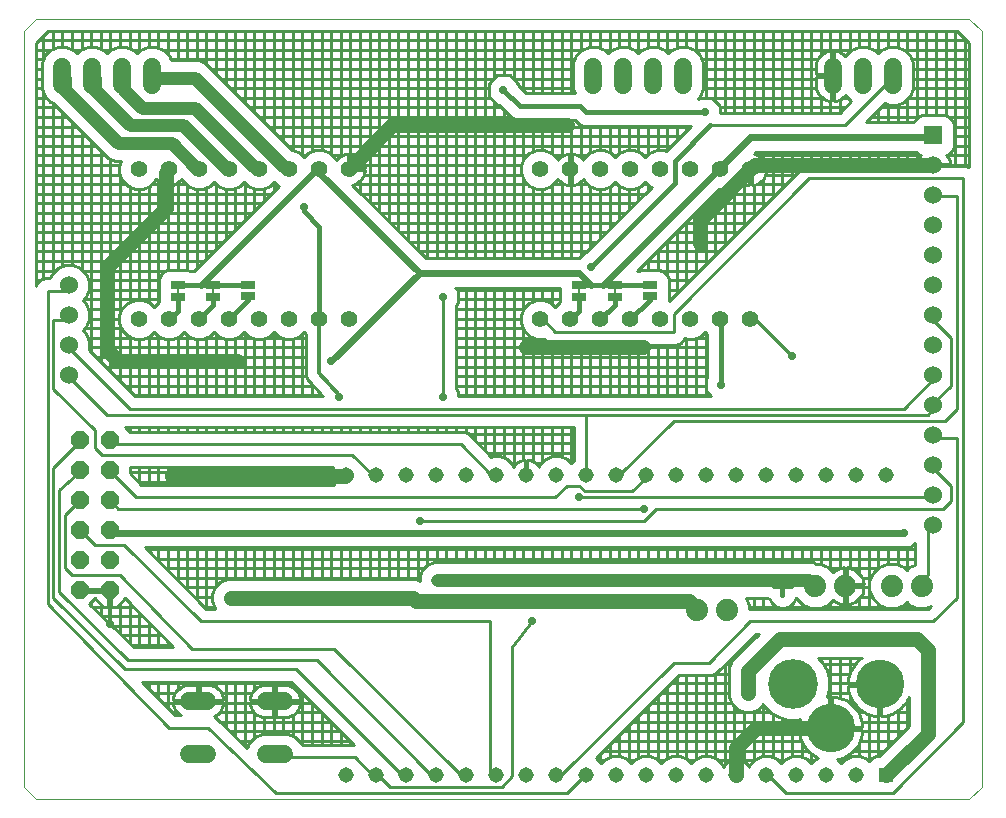
<source format=gbl>
G75*
%MOIN*%
%OFA0B0*%
%FSLAX25Y25*%
%IPPOS*%
%LPD*%
%AMOC8*
5,1,8,0,0,1.08239X$1,22.5*
%
%ADD10C,0.00000*%
%ADD11C,0.01500*%
%ADD12C,0.06000*%
%ADD13R,0.06000X0.06000*%
%ADD14R,0.05150X0.05150*%
%ADD15C,0.05150*%
%ADD16C,0.07400*%
%ADD17C,0.05543*%
%ADD18R,0.05000X0.02500*%
%ADD19C,0.00800*%
%ADD20C,0.16598*%
%ADD21C,0.16200*%
%ADD22C,0.05937*%
%ADD23C,0.06000*%
%ADD24OC8,0.06000*%
%ADD25OC8,0.02400*%
%ADD26C,0.05000*%
%ADD27C,0.01200*%
%ADD28C,0.01000*%
%ADD29C,0.02400*%
%ADD30C,0.01600*%
%ADD31C,0.04400*%
%ADD32C,0.02400*%
D10*
X0001000Y0004937D02*
X0001000Y0256906D01*
X0004937Y0260843D01*
X0315961Y0260843D01*
X0320409Y0256906D01*
X0320409Y0004937D01*
X0315961Y0001000D01*
X0004937Y0001000D01*
X0001000Y0004937D01*
D11*
X0250963Y0071752D02*
X0256634Y0071752D01*
X0253798Y0074587D02*
X0253798Y0068916D01*
D12*
X0304150Y0092063D03*
X0304150Y0102063D03*
X0304150Y0112063D03*
X0304150Y0122063D03*
X0304150Y0132063D03*
X0304150Y0142063D03*
X0304150Y0152063D03*
X0304150Y0162063D03*
X0304150Y0172063D03*
X0304150Y0182063D03*
X0304150Y0192063D03*
X0304150Y0202063D03*
X0304150Y0212063D03*
X0016039Y0172063D03*
X0016039Y0162063D03*
X0016039Y0152063D03*
X0016039Y0142063D03*
D13*
X0304150Y0222063D03*
D14*
X0288402Y0008874D03*
D15*
X0278402Y0008874D03*
X0268402Y0008874D03*
X0258402Y0008874D03*
X0248402Y0008874D03*
X0238402Y0008874D03*
X0228402Y0008874D03*
X0218402Y0008874D03*
X0208402Y0008874D03*
X0198402Y0008874D03*
X0188402Y0008874D03*
X0178402Y0008874D03*
X0168402Y0008874D03*
X0158402Y0008874D03*
X0148402Y0008874D03*
X0138402Y0008874D03*
X0128402Y0008874D03*
X0118402Y0008874D03*
X0108402Y0008874D03*
X0108402Y0108874D03*
X0118402Y0108874D03*
X0128402Y0108874D03*
X0138402Y0108874D03*
X0148402Y0108874D03*
X0158402Y0108874D03*
X0168402Y0108874D03*
X0178402Y0108874D03*
X0188402Y0108874D03*
X0198402Y0108874D03*
X0208402Y0108874D03*
X0218402Y0108874D03*
X0228402Y0108874D03*
X0238402Y0108874D03*
X0248402Y0108874D03*
X0258402Y0108874D03*
X0268402Y0108874D03*
X0278402Y0108874D03*
X0288402Y0108874D03*
D16*
X0290213Y0071866D03*
X0300213Y0071866D03*
X0274780Y0071866D03*
X0264780Y0071866D03*
X0235409Y0063992D03*
X0225409Y0063992D03*
D17*
X0223165Y0160724D03*
X0213165Y0160724D03*
X0203165Y0160724D03*
X0193165Y0160724D03*
X0183165Y0160724D03*
X0173165Y0160724D03*
X0173165Y0210724D03*
X0183165Y0210724D03*
X0193165Y0210724D03*
X0203165Y0210724D03*
X0213165Y0210724D03*
X0223165Y0210724D03*
X0233165Y0210724D03*
X0243165Y0210724D03*
X0243165Y0160724D03*
X0233165Y0160724D03*
X0109307Y0160724D03*
X0099307Y0160724D03*
X0089307Y0160724D03*
X0079307Y0160724D03*
X0069307Y0160724D03*
X0059307Y0160724D03*
X0049307Y0160724D03*
X0039307Y0160724D03*
X0039307Y0210724D03*
X0049307Y0210724D03*
X0059307Y0210724D03*
X0069307Y0210724D03*
X0079307Y0210724D03*
X0089307Y0210724D03*
X0099307Y0210724D03*
X0109307Y0210724D03*
D18*
X0075803Y0172063D03*
X0075803Y0168520D03*
X0063992Y0168291D03*
X0063992Y0172291D03*
X0052181Y0172291D03*
X0052181Y0168291D03*
X0186039Y0168291D03*
X0186039Y0172291D03*
X0197850Y0172291D03*
X0197850Y0168291D03*
X0209661Y0168520D03*
X0209661Y0172063D03*
D19*
X0197850Y0171791D02*
X0197850Y0168791D01*
X0186039Y0168791D02*
X0186039Y0171791D01*
X0063992Y0171791D02*
X0063992Y0168791D01*
X0052181Y0168791D02*
X0052181Y0171791D01*
D20*
X0257387Y0039189D03*
D21*
X0269898Y0024380D03*
X0286209Y0039089D03*
D22*
X0087630Y0033480D02*
X0081693Y0033480D01*
X0081693Y0015764D02*
X0087630Y0015764D01*
X0062039Y0015764D02*
X0056102Y0015764D01*
X0056102Y0033480D02*
X0062039Y0033480D01*
D23*
X0043559Y0238906D02*
X0043559Y0244906D01*
X0033559Y0244906D02*
X0033559Y0238906D01*
X0023559Y0238906D02*
X0023559Y0244906D01*
X0013559Y0244906D02*
X0013559Y0238906D01*
X0190724Y0238906D02*
X0190724Y0244906D01*
X0200724Y0244906D02*
X0200724Y0238906D01*
X0210724Y0238906D02*
X0210724Y0244906D01*
X0220724Y0244906D02*
X0220724Y0238906D01*
X0270528Y0238906D02*
X0270528Y0244906D01*
X0280528Y0244906D02*
X0280528Y0238906D01*
X0290528Y0238906D02*
X0290528Y0244906D01*
D24*
X0029622Y0120488D03*
X0029622Y0110488D03*
X0029622Y0100488D03*
X0029622Y0090488D03*
X0029622Y0080488D03*
X0019622Y0080488D03*
X0019622Y0090488D03*
X0019622Y0100488D03*
X0019622Y0110488D03*
X0019622Y0120488D03*
X0019622Y0070488D03*
X0029622Y0070488D03*
D25*
X0029740Y0059268D03*
X0069898Y0067929D03*
X0050213Y0108480D03*
X0071866Y0146669D03*
X0103362Y0146669D03*
X0106118Y0134858D03*
X0140764Y0134858D03*
X0168323Y0151394D03*
X0140764Y0168323D03*
X0094307Y0198244D03*
X0160843Y0237220D03*
X0170291Y0225409D03*
X0182102Y0225409D03*
X0228165Y0229740D03*
X0226197Y0186039D03*
X0189976Y0178165D03*
X0207299Y0151394D03*
X0233283Y0138795D03*
X0256906Y0148638D03*
X0207693Y0097457D03*
X0186039Y0101394D03*
X0170291Y0060055D03*
X0132890Y0093520D03*
X0242339Y0036039D03*
X0298638Y0054150D03*
X0294307Y0089583D03*
D26*
X0298638Y0054150D02*
X0302181Y0050606D01*
X0302181Y0022654D01*
X0288402Y0008874D01*
X0269898Y0024380D02*
X0269655Y0024622D01*
X0245094Y0024622D01*
X0238402Y0017929D01*
X0238402Y0008874D01*
X0242339Y0036039D02*
X0242339Y0043520D01*
X0252969Y0054150D01*
X0298638Y0054150D01*
X0225409Y0063992D02*
X0222654Y0066748D01*
X0131709Y0066748D01*
X0130528Y0067929D01*
X0069898Y0067929D01*
X0050213Y0108480D02*
X0108008Y0108480D01*
X0108402Y0108874D01*
X0071866Y0146669D02*
X0032496Y0146669D01*
X0028559Y0150606D01*
X0028559Y0178165D01*
X0048244Y0197850D01*
X0048244Y0209661D01*
X0049307Y0210724D01*
X0109268Y0210843D02*
X0123835Y0225409D01*
X0170291Y0225409D01*
X0182102Y0225409D01*
X0226197Y0193756D02*
X0226197Y0186039D01*
X0226197Y0193756D02*
X0243165Y0210724D01*
X0243008Y0210724D01*
X0244701Y0212024D01*
X0303795Y0212024D01*
X0304150Y0212063D01*
X0207299Y0151394D02*
X0168323Y0151394D01*
D27*
X0106118Y0135646D02*
X0102969Y0138795D01*
X0099425Y0142732D01*
X0099307Y0144819D01*
X0099307Y0160724D01*
X0106118Y0135646D02*
X0106118Y0134858D01*
X0029740Y0070370D02*
X0029740Y0059268D01*
X0029740Y0070370D02*
X0029622Y0070488D01*
D28*
X0029800Y0069988D02*
X0029800Y0059089D01*
X0030297Y0058600D02*
X0043538Y0058600D01*
X0042600Y0059553D02*
X0042600Y0051499D01*
X0039400Y0051499D02*
X0039400Y0062805D01*
X0040389Y0061800D02*
X0027041Y0061800D01*
X0026600Y0062234D02*
X0026600Y0065732D01*
X0027332Y0065000D02*
X0023786Y0065000D01*
X0023400Y0065379D02*
X0023400Y0066488D01*
X0022841Y0065929D02*
X0024622Y0067710D01*
X0027344Y0064988D01*
X0029122Y0064988D01*
X0029122Y0069988D01*
X0030122Y0069988D01*
X0030122Y0064988D01*
X0031900Y0064988D01*
X0034598Y0067686D01*
X0050525Y0051499D01*
X0037522Y0051499D01*
X0022841Y0065929D01*
X0023400Y0069988D02*
X0023400Y0070988D01*
X0025122Y0070988D02*
X0020122Y0070988D01*
X0020122Y0069988D01*
X0029122Y0069988D01*
X0029122Y0070988D01*
X0025122Y0070988D01*
X0026600Y0070988D02*
X0026600Y0069988D01*
X0029122Y0068200D02*
X0030122Y0068200D01*
X0030122Y0065000D02*
X0029122Y0065000D01*
X0031912Y0065000D02*
X0037240Y0065000D01*
X0036200Y0066057D02*
X0036200Y0052798D01*
X0036809Y0052200D02*
X0049835Y0052200D01*
X0049000Y0051499D02*
X0049000Y0053049D01*
X0046686Y0055400D02*
X0033553Y0055400D01*
X0033000Y0055943D02*
X0033000Y0066088D01*
X0032890Y0075409D02*
X0017142Y0075409D01*
X0014780Y0077772D01*
X0014780Y0095488D01*
X0018717Y0099425D01*
X0019622Y0100488D01*
X0012811Y0103756D02*
X0018717Y0109268D01*
X0019622Y0110488D01*
X0026984Y0115567D02*
X0024622Y0117929D01*
X0024622Y0123835D01*
X0010843Y0137614D01*
X0010843Y0160449D01*
X0014780Y0160449D01*
X0016039Y0162063D01*
X0020515Y0167063D02*
X0021719Y0168268D01*
X0022739Y0170730D01*
X0022739Y0173396D01*
X0021719Y0175858D01*
X0019835Y0177743D01*
X0017372Y0178763D01*
X0014707Y0178763D01*
X0012244Y0177743D01*
X0010359Y0175858D01*
X0009793Y0174491D01*
X0008039Y0174491D01*
X0006495Y0173852D01*
X0005313Y0172670D01*
X0004937Y0171762D01*
X0004937Y0252969D01*
X0008874Y0256906D01*
X0312024Y0256906D01*
X0315961Y0252969D01*
X0315961Y0211424D01*
X0314828Y0211893D01*
X0304650Y0211893D01*
X0304650Y0212563D01*
X0309639Y0212563D01*
X0309514Y0213351D01*
X0309247Y0214174D01*
X0308854Y0214946D01*
X0308397Y0215575D01*
X0309245Y0215926D01*
X0310286Y0216967D01*
X0310850Y0218327D01*
X0310850Y0225799D01*
X0310286Y0227159D01*
X0309245Y0228200D01*
X0315961Y0228200D01*
X0315961Y0225000D02*
X0310850Y0225000D01*
X0310850Y0221800D02*
X0315961Y0221800D01*
X0315961Y0218600D02*
X0310850Y0218600D01*
X0308523Y0215400D02*
X0315961Y0215400D01*
X0315961Y0212200D02*
X0304650Y0212200D01*
X0305000Y0211893D02*
X0305000Y0212563D01*
X0303650Y0212563D02*
X0303650Y0211893D01*
X0261976Y0211893D01*
X0260432Y0211253D01*
X0215861Y0166683D01*
X0215861Y0170506D01*
X0215861Y0174049D01*
X0215298Y0175409D01*
X0214257Y0176450D01*
X0212897Y0177013D01*
X0206425Y0177013D01*
X0205890Y0176791D01*
X0205374Y0176791D01*
X0232836Y0204253D01*
X0234453Y0204253D01*
X0236831Y0205238D01*
X0238652Y0207059D01*
X0238892Y0207638D01*
X0239144Y0207290D01*
X0239731Y0206703D01*
X0240402Y0206216D01*
X0241142Y0205839D01*
X0241931Y0205583D01*
X0242750Y0205453D01*
X0242780Y0205453D01*
X0242780Y0210338D01*
X0243551Y0210338D01*
X0243551Y0205453D01*
X0243580Y0205453D01*
X0244400Y0205583D01*
X0245189Y0205839D01*
X0245928Y0206216D01*
X0246600Y0206703D01*
X0247186Y0207290D01*
X0247674Y0207961D01*
X0248051Y0208701D01*
X0248307Y0209490D01*
X0248437Y0210310D01*
X0248437Y0210339D01*
X0243551Y0210339D01*
X0243551Y0211110D01*
X0248437Y0211110D01*
X0248437Y0211139D01*
X0248307Y0211959D01*
X0248051Y0212748D01*
X0247674Y0213487D01*
X0247186Y0214159D01*
X0246600Y0214745D01*
X0245928Y0215233D01*
X0245189Y0215610D01*
X0244437Y0215854D01*
X0245156Y0216572D01*
X0298408Y0216572D01*
X0299054Y0215926D01*
X0299903Y0215575D01*
X0299446Y0214946D01*
X0299053Y0214174D01*
X0298785Y0213351D01*
X0298660Y0212563D01*
X0303650Y0212563D01*
X0303650Y0212200D02*
X0248229Y0212200D01*
X0247400Y0211110D02*
X0247400Y0210339D01*
X0248148Y0209000D02*
X0258178Y0209000D01*
X0257000Y0207822D02*
X0257000Y0216572D01*
X0253800Y0216572D02*
X0253800Y0204622D01*
X0254978Y0205800D02*
X0245069Y0205800D01*
X0244200Y0205551D02*
X0244200Y0195022D01*
X0245378Y0196200D02*
X0224783Y0196200D01*
X0225000Y0196417D02*
X0225000Y0175822D01*
X0226178Y0177000D02*
X0212929Y0177000D01*
X0212200Y0177013D02*
X0212200Y0183617D01*
X0211983Y0183400D02*
X0232578Y0183400D01*
X0231400Y0182222D02*
X0231400Y0202817D01*
X0231183Y0202600D02*
X0251778Y0202600D01*
X0250600Y0201422D02*
X0250600Y0216572D01*
X0247400Y0216572D02*
X0247400Y0213865D01*
X0245601Y0215400D02*
X0299776Y0215400D01*
X0298600Y0216380D02*
X0298600Y0211893D01*
X0295400Y0211893D02*
X0295400Y0216572D01*
X0292200Y0216572D02*
X0292200Y0211893D01*
X0289000Y0211893D02*
X0289000Y0216572D01*
X0285800Y0216572D02*
X0285800Y0211893D01*
X0282600Y0211893D02*
X0282600Y0216572D01*
X0279400Y0216572D02*
X0279400Y0211893D01*
X0276200Y0211893D02*
X0276200Y0216572D01*
X0273000Y0216572D02*
X0273000Y0211893D01*
X0269800Y0211893D02*
X0269800Y0216572D01*
X0266600Y0216572D02*
X0266600Y0211893D01*
X0263400Y0211893D02*
X0263400Y0216572D01*
X0260200Y0216572D02*
X0260200Y0211022D01*
X0262811Y0207693D02*
X0217535Y0162417D01*
X0217535Y0156512D01*
X0178165Y0156512D01*
X0174228Y0160449D01*
X0173165Y0160724D01*
X0170600Y0154782D02*
X0170600Y0135121D01*
X0167400Y0135121D02*
X0167400Y0157732D01*
X0167372Y0157800D02*
X0144964Y0157800D01*
X0144964Y0161000D02*
X0166694Y0161000D01*
X0166694Y0162012D02*
X0166694Y0159437D01*
X0167679Y0157059D01*
X0169499Y0155238D01*
X0171878Y0154253D01*
X0174453Y0154253D01*
X0174475Y0154262D01*
X0175786Y0152951D01*
X0177330Y0152312D01*
X0218371Y0152312D01*
X0219915Y0152951D01*
X0221096Y0154133D01*
X0221253Y0154512D01*
X0221878Y0154253D01*
X0224453Y0154253D01*
X0226831Y0155238D01*
X0228165Y0156572D01*
X0228783Y0155954D01*
X0228783Y0141225D01*
X0228383Y0140825D01*
X0228383Y0136766D01*
X0230028Y0135121D01*
X0145664Y0135121D01*
X0145664Y0136888D01*
X0144964Y0137588D01*
X0144964Y0165593D01*
X0145664Y0166293D01*
X0145664Y0170352D01*
X0144719Y0171297D01*
X0179839Y0171297D01*
X0179839Y0170305D01*
X0179845Y0170291D01*
X0179839Y0170277D01*
X0179839Y0166352D01*
X0179499Y0166211D01*
X0178165Y0164877D01*
X0176831Y0166211D01*
X0174453Y0167196D01*
X0171878Y0167196D01*
X0169499Y0166211D01*
X0167679Y0164390D01*
X0166694Y0162012D01*
X0167400Y0163717D02*
X0167400Y0171297D01*
X0164200Y0171297D02*
X0164200Y0135121D01*
X0161000Y0135121D02*
X0161000Y0171297D01*
X0157800Y0171297D02*
X0157800Y0135121D01*
X0154600Y0135121D02*
X0154600Y0171297D01*
X0151400Y0171297D02*
X0151400Y0135121D01*
X0148200Y0135121D02*
X0148200Y0171297D01*
X0145416Y0170600D02*
X0179839Y0170600D01*
X0177000Y0171297D02*
X0177000Y0166042D01*
X0179839Y0167400D02*
X0145664Y0167400D01*
X0145000Y0165629D02*
X0145000Y0137552D01*
X0144964Y0138600D02*
X0228383Y0138600D01*
X0228783Y0141800D02*
X0144964Y0141800D01*
X0144964Y0145000D02*
X0228783Y0145000D01*
X0228783Y0148200D02*
X0144964Y0148200D01*
X0144964Y0151400D02*
X0228783Y0151400D01*
X0228783Y0154600D02*
X0225291Y0154600D01*
X0225000Y0154479D02*
X0225000Y0135121D01*
X0228200Y0135121D02*
X0228200Y0156537D01*
X0221800Y0154285D02*
X0221800Y0135121D01*
X0218600Y0135121D02*
X0218600Y0152407D01*
X0215400Y0152312D02*
X0215400Y0135121D01*
X0212200Y0135121D02*
X0212200Y0152312D01*
X0209000Y0152312D02*
X0209000Y0135121D01*
X0205800Y0135121D02*
X0205800Y0152312D01*
X0202600Y0152312D02*
X0202600Y0135121D01*
X0199400Y0135121D02*
X0199400Y0152312D01*
X0196200Y0152312D02*
X0196200Y0135121D01*
X0193000Y0135121D02*
X0193000Y0152312D01*
X0189800Y0152312D02*
X0189800Y0135121D01*
X0186600Y0135121D02*
X0186600Y0152312D01*
X0183400Y0152312D02*
X0183400Y0135121D01*
X0180200Y0135121D02*
X0180200Y0152312D01*
X0177000Y0152448D02*
X0177000Y0135121D01*
X0173800Y0135121D02*
X0173800Y0154253D01*
X0171040Y0154600D02*
X0144964Y0154600D01*
X0144964Y0164200D02*
X0167600Y0164200D01*
X0170600Y0166667D02*
X0170600Y0171297D01*
X0173800Y0171297D02*
X0173800Y0167196D01*
X0173800Y0181097D02*
X0173800Y0204253D01*
X0174453Y0204253D02*
X0176831Y0205238D01*
X0178652Y0207059D01*
X0178892Y0207638D01*
X0179144Y0207290D01*
X0179731Y0206703D01*
X0180402Y0206216D01*
X0181142Y0205839D01*
X0181931Y0205583D01*
X0182750Y0205453D01*
X0182780Y0205453D01*
X0182780Y0210338D01*
X0183551Y0210338D01*
X0183551Y0205453D01*
X0183580Y0205453D01*
X0184400Y0205583D01*
X0185189Y0205839D01*
X0185928Y0206216D01*
X0186600Y0206703D01*
X0187186Y0207290D01*
X0187439Y0207638D01*
X0187679Y0207059D01*
X0189499Y0205238D01*
X0191878Y0204253D01*
X0194453Y0204253D01*
X0196831Y0205238D01*
X0198165Y0206572D01*
X0199499Y0205238D01*
X0201878Y0204253D01*
X0204453Y0204253D01*
X0206831Y0205238D01*
X0208165Y0206572D01*
X0209499Y0205238D01*
X0210338Y0204891D01*
X0188512Y0183065D01*
X0187947Y0183065D01*
X0185978Y0181097D01*
X0134919Y0181097D01*
X0110448Y0205568D01*
X0110542Y0205583D01*
X0111331Y0205839D01*
X0112070Y0206216D01*
X0112741Y0206703D01*
X0113328Y0207290D01*
X0113816Y0207961D01*
X0114193Y0208701D01*
X0114449Y0209490D01*
X0114579Y0210310D01*
X0114579Y0210339D01*
X0109693Y0210339D01*
X0109693Y0211110D01*
X0114579Y0211110D01*
X0114579Y0211139D01*
X0114449Y0211959D01*
X0114193Y0212748D01*
X0113816Y0213487D01*
X0113328Y0214159D01*
X0112741Y0214745D01*
X0112070Y0215233D01*
X0111331Y0215610D01*
X0110542Y0215866D01*
X0109722Y0215996D01*
X0109693Y0215996D01*
X0109693Y0211110D01*
X0108921Y0211110D01*
X0108921Y0215996D01*
X0108892Y0215996D01*
X0108073Y0215866D01*
X0107283Y0215610D01*
X0106544Y0215233D01*
X0105873Y0214745D01*
X0105286Y0214159D01*
X0105033Y0213811D01*
X0104793Y0214390D01*
X0102973Y0216211D01*
X0100594Y0217196D01*
X0098020Y0217196D01*
X0095641Y0216211D01*
X0094307Y0214877D01*
X0092973Y0216211D01*
X0090594Y0217196D01*
X0090392Y0217196D01*
X0063088Y0244500D01*
X0061429Y0246159D01*
X0059260Y0247057D01*
X0049920Y0247057D01*
X0049239Y0248701D01*
X0047354Y0250585D01*
X0044892Y0251605D01*
X0042226Y0251605D01*
X0039764Y0250585D01*
X0038559Y0249381D01*
X0037354Y0250585D01*
X0034892Y0251605D01*
X0032226Y0251605D01*
X0029764Y0250585D01*
X0028559Y0249381D01*
X0027354Y0250585D01*
X0024892Y0251605D01*
X0022226Y0251605D01*
X0019764Y0250585D01*
X0018559Y0249381D01*
X0017354Y0250585D01*
X0014892Y0251605D01*
X0012226Y0251605D01*
X0009764Y0250585D01*
X0007879Y0248701D01*
X0006859Y0246238D01*
X0006859Y0237573D01*
X0007879Y0235110D01*
X0009764Y0233226D01*
X0010902Y0232754D01*
X0011437Y0232219D01*
X0029154Y0214502D01*
X0031322Y0213604D01*
X0033495Y0213604D01*
X0032835Y0212012D01*
X0032835Y0209437D01*
X0033821Y0207059D01*
X0035641Y0205238D01*
X0038020Y0204253D01*
X0040594Y0204253D01*
X0042973Y0205238D01*
X0044793Y0207059D01*
X0045033Y0207638D01*
X0045286Y0207290D01*
X0045873Y0206703D01*
X0046544Y0206216D01*
X0047283Y0205839D01*
X0048073Y0205583D01*
X0048892Y0205453D01*
X0048921Y0205453D01*
X0048921Y0210338D01*
X0049693Y0210338D01*
X0049693Y0205453D01*
X0049722Y0205453D01*
X0050542Y0205583D01*
X0051331Y0205839D01*
X0052070Y0206216D01*
X0052741Y0206703D01*
X0053328Y0207290D01*
X0053581Y0207638D01*
X0053821Y0207059D01*
X0055641Y0205238D01*
X0058020Y0204253D01*
X0060594Y0204253D01*
X0062973Y0205238D01*
X0064307Y0206572D01*
X0065641Y0205238D01*
X0068020Y0204253D01*
X0070594Y0204253D01*
X0072973Y0205238D01*
X0074307Y0206572D01*
X0075641Y0205238D01*
X0078020Y0204253D01*
X0080594Y0204253D01*
X0082973Y0205238D01*
X0084307Y0206572D01*
X0085641Y0205238D01*
X0085968Y0205103D01*
X0057657Y0176791D01*
X0056503Y0176791D01*
X0055417Y0177241D01*
X0048945Y0177241D01*
X0047585Y0176678D01*
X0046544Y0175637D01*
X0045981Y0174277D01*
X0045981Y0170305D01*
X0045987Y0170291D01*
X0045981Y0170277D01*
X0045981Y0166352D01*
X0045641Y0166211D01*
X0044307Y0164877D01*
X0042973Y0166211D01*
X0040594Y0167196D01*
X0038020Y0167196D01*
X0035641Y0166211D01*
X0033821Y0164390D01*
X0032835Y0162012D01*
X0032835Y0159437D01*
X0033821Y0157059D01*
X0035641Y0155238D01*
X0038020Y0154253D01*
X0040594Y0154253D01*
X0042973Y0155238D01*
X0044307Y0156572D01*
X0045641Y0155238D01*
X0048020Y0154253D01*
X0050594Y0154253D01*
X0052973Y0155238D01*
X0054307Y0156572D01*
X0055641Y0155238D01*
X0058020Y0154253D01*
X0060594Y0154253D01*
X0062973Y0155238D01*
X0064307Y0156572D01*
X0065641Y0155238D01*
X0068020Y0154253D01*
X0070594Y0154253D01*
X0072973Y0155238D01*
X0074307Y0156572D01*
X0075641Y0155238D01*
X0078020Y0154253D01*
X0080594Y0154253D01*
X0082973Y0155238D01*
X0084307Y0156572D01*
X0085641Y0155238D01*
X0088020Y0154253D01*
X0090594Y0154253D01*
X0092973Y0155238D01*
X0094307Y0156572D01*
X0095007Y0155872D01*
X0095007Y0145548D01*
X0094966Y0145430D01*
X0095007Y0144697D01*
X0095007Y0143964D01*
X0095055Y0143847D01*
X0095119Y0142724D01*
X0095086Y0142104D01*
X0095167Y0141876D01*
X0095180Y0141635D01*
X0095450Y0141076D01*
X0095657Y0140491D01*
X0095818Y0140312D01*
X0095923Y0140094D01*
X0096386Y0139681D01*
X0099278Y0136468D01*
X0099323Y0136360D01*
X0099848Y0135835D01*
X0100345Y0135283D01*
X0100450Y0135233D01*
X0100561Y0135121D01*
X0038173Y0135121D01*
X0022688Y0150606D01*
X0022739Y0150730D01*
X0022739Y0153396D01*
X0021719Y0155858D01*
X0020515Y0157063D01*
X0021719Y0158268D01*
X0022739Y0160730D01*
X0022739Y0163396D01*
X0021719Y0165858D01*
X0020515Y0167063D01*
X0020852Y0167400D02*
X0045981Y0167400D01*
X0045800Y0166277D02*
X0045800Y0206776D01*
X0047403Y0205800D02*
X0043535Y0205800D01*
X0042600Y0205084D02*
X0042600Y0166365D01*
X0039400Y0167196D02*
X0039400Y0204253D01*
X0036200Y0205007D02*
X0036200Y0166442D01*
X0033742Y0164200D02*
X0022406Y0164200D01*
X0022739Y0161000D02*
X0032835Y0161000D01*
X0033000Y0162409D02*
X0033000Y0209040D01*
X0033016Y0209000D02*
X0004937Y0209000D01*
X0004937Y0205800D02*
X0035079Y0205800D01*
X0032913Y0212200D02*
X0004937Y0212200D01*
X0004937Y0215400D02*
X0028256Y0215400D01*
X0029800Y0214235D02*
X0029800Y0143494D01*
X0028294Y0145000D02*
X0094990Y0145000D01*
X0095007Y0148200D02*
X0025094Y0148200D01*
X0026600Y0146694D02*
X0026600Y0217056D01*
X0025056Y0218600D02*
X0004937Y0218600D01*
X0004937Y0221800D02*
X0021856Y0221800D01*
X0023400Y0220256D02*
X0023400Y0149894D01*
X0022739Y0151400D02*
X0095007Y0151400D01*
X0095007Y0154600D02*
X0091433Y0154600D01*
X0090600Y0154255D02*
X0090600Y0135121D01*
X0087400Y0135121D02*
X0087400Y0154509D01*
X0087181Y0154600D02*
X0081433Y0154600D01*
X0081000Y0154421D02*
X0081000Y0135121D01*
X0077800Y0135121D02*
X0077800Y0154344D01*
X0077181Y0154600D02*
X0071433Y0154600D01*
X0071400Y0154586D02*
X0071400Y0135121D01*
X0068200Y0135121D02*
X0068200Y0154253D01*
X0067181Y0154600D02*
X0061433Y0154600D01*
X0061800Y0154752D02*
X0061800Y0135121D01*
X0058600Y0135121D02*
X0058600Y0154253D01*
X0057181Y0154600D02*
X0051433Y0154600D01*
X0052200Y0154918D02*
X0052200Y0135121D01*
X0049000Y0135121D02*
X0049000Y0154253D01*
X0047181Y0154600D02*
X0041433Y0154600D01*
X0042600Y0155084D02*
X0042600Y0135121D01*
X0039400Y0135121D02*
X0039400Y0154253D01*
X0037181Y0154600D02*
X0022241Y0154600D01*
X0016039Y0152063D02*
X0016748Y0150606D01*
X0036433Y0130921D01*
X0294307Y0130921D01*
X0304150Y0140764D01*
X0304150Y0142063D01*
X0310055Y0138402D02*
X0304150Y0132890D01*
X0304150Y0132063D01*
X0304150Y0130921D01*
X0302181Y0128953D01*
X0188402Y0128953D01*
X0188402Y0108874D01*
X0186039Y0105331D02*
X0182102Y0105331D01*
X0178165Y0101394D01*
X0038402Y0101394D01*
X0030528Y0109268D01*
X0029622Y0110488D01*
X0026984Y0115567D02*
X0110449Y0115567D01*
X0117142Y0109268D01*
X0118402Y0108874D01*
X0108114Y0108587D02*
X0103327Y0108587D01*
X0103327Y0108475D01*
X0103452Y0107686D01*
X0103699Y0106926D01*
X0104061Y0106214D01*
X0104512Y0105594D01*
X0040141Y0105594D01*
X0036322Y0109413D01*
X0036322Y0111367D01*
X0103976Y0111367D01*
X0103699Y0110822D01*
X0103452Y0110062D01*
X0103327Y0109273D01*
X0103327Y0109161D01*
X0108114Y0109161D01*
X0108114Y0108587D01*
X0106600Y0108587D02*
X0106600Y0109161D01*
X0103400Y0109161D02*
X0103400Y0108587D01*
X0103400Y0108012D02*
X0103400Y0105594D01*
X0103865Y0106600D02*
X0039135Y0106600D01*
X0039400Y0106335D02*
X0039400Y0111367D01*
X0042600Y0111367D02*
X0042600Y0105594D01*
X0045800Y0105594D02*
X0045800Y0111367D01*
X0049000Y0111367D02*
X0049000Y0105594D01*
X0052200Y0105594D02*
X0052200Y0111367D01*
X0055400Y0111367D02*
X0055400Y0105594D01*
X0058600Y0105594D02*
X0058600Y0111367D01*
X0061800Y0111367D02*
X0061800Y0105594D01*
X0065000Y0105594D02*
X0065000Y0111367D01*
X0068200Y0111367D02*
X0068200Y0105594D01*
X0071400Y0105594D02*
X0071400Y0111367D01*
X0074600Y0111367D02*
X0074600Y0105594D01*
X0077800Y0105594D02*
X0077800Y0111367D01*
X0081000Y0111367D02*
X0081000Y0105594D01*
X0084200Y0105594D02*
X0084200Y0111367D01*
X0087400Y0111367D02*
X0087400Y0105594D01*
X0090600Y0105594D02*
X0090600Y0111367D01*
X0093800Y0111367D02*
X0093800Y0105594D01*
X0097000Y0105594D02*
X0097000Y0111367D01*
X0100200Y0111367D02*
X0100200Y0105594D01*
X0103400Y0109736D02*
X0103400Y0111367D01*
X0103410Y0109800D02*
X0036322Y0109800D01*
X0030528Y0119110D02*
X0029622Y0120488D01*
X0030528Y0119110D02*
X0146669Y0119110D01*
X0156512Y0109268D01*
X0158402Y0108874D01*
X0164081Y0111560D02*
X0163721Y0112428D01*
X0161956Y0114194D01*
X0159650Y0115149D01*
X0157153Y0115149D01*
X0156741Y0114978D01*
X0150230Y0121489D01*
X0149048Y0122671D01*
X0147505Y0123310D01*
X0036275Y0123310D01*
X0034833Y0124753D01*
X0184202Y0124753D01*
X0184202Y0113548D01*
X0183402Y0112748D01*
X0181956Y0114194D01*
X0179650Y0115149D01*
X0177153Y0115149D01*
X0174847Y0114194D01*
X0173082Y0112428D01*
X0172723Y0111560D01*
X0172272Y0112180D01*
X0171708Y0112745D01*
X0171061Y0113214D01*
X0170350Y0113577D01*
X0169590Y0113824D01*
X0168801Y0113949D01*
X0168689Y0113949D01*
X0168689Y0109161D01*
X0168114Y0109161D01*
X0168114Y0113949D01*
X0168002Y0113949D01*
X0167213Y0113824D01*
X0166454Y0113577D01*
X0165742Y0113214D01*
X0165096Y0112745D01*
X0164531Y0112180D01*
X0164081Y0111560D01*
X0164200Y0111725D02*
X0164200Y0124753D01*
X0161000Y0124753D02*
X0161000Y0114589D01*
X0163149Y0113000D02*
X0165447Y0113000D01*
X0167400Y0113853D02*
X0167400Y0124753D01*
X0170600Y0124753D02*
X0170600Y0113449D01*
X0171356Y0113000D02*
X0173654Y0113000D01*
X0173800Y0113146D02*
X0173800Y0124753D01*
X0177000Y0124753D02*
X0177000Y0115085D01*
X0180200Y0114921D02*
X0180200Y0124753D01*
X0183400Y0124753D02*
X0183400Y0112749D01*
X0183149Y0113000D02*
X0183654Y0113000D01*
X0184202Y0116200D02*
X0155519Y0116200D01*
X0154600Y0117119D02*
X0154600Y0124753D01*
X0151400Y0124753D02*
X0151400Y0120319D01*
X0152319Y0119400D02*
X0184202Y0119400D01*
X0184202Y0122600D02*
X0149119Y0122600D01*
X0148200Y0123022D02*
X0148200Y0124753D01*
X0145000Y0124753D02*
X0145000Y0123310D01*
X0141800Y0123310D02*
X0141800Y0124753D01*
X0138600Y0124753D02*
X0138600Y0123310D01*
X0135400Y0123310D02*
X0135400Y0124753D01*
X0132200Y0124753D02*
X0132200Y0123310D01*
X0129000Y0123310D02*
X0129000Y0124753D01*
X0125800Y0124753D02*
X0125800Y0123310D01*
X0122600Y0123310D02*
X0122600Y0124753D01*
X0119400Y0124753D02*
X0119400Y0123310D01*
X0116200Y0123310D02*
X0116200Y0124753D01*
X0113000Y0124753D02*
X0113000Y0123310D01*
X0109800Y0123310D02*
X0109800Y0124753D01*
X0106600Y0124753D02*
X0106600Y0123310D01*
X0103400Y0123310D02*
X0103400Y0124753D01*
X0100200Y0124753D02*
X0100200Y0123310D01*
X0097000Y0123310D02*
X0097000Y0124753D01*
X0093800Y0124753D02*
X0093800Y0123310D01*
X0090600Y0123310D02*
X0090600Y0124753D01*
X0087400Y0124753D02*
X0087400Y0123310D01*
X0084200Y0123310D02*
X0084200Y0124753D01*
X0081000Y0124753D02*
X0081000Y0123310D01*
X0077800Y0123310D02*
X0077800Y0124753D01*
X0074600Y0124753D02*
X0074600Y0123310D01*
X0071400Y0123310D02*
X0071400Y0124753D01*
X0068200Y0124753D02*
X0068200Y0123310D01*
X0065000Y0123310D02*
X0065000Y0124753D01*
X0061800Y0124753D02*
X0061800Y0123310D01*
X0058600Y0123310D02*
X0058600Y0124753D01*
X0055400Y0124753D02*
X0055400Y0123310D01*
X0052200Y0123310D02*
X0052200Y0124753D01*
X0049000Y0124753D02*
X0049000Y0123310D01*
X0045800Y0123310D02*
X0045800Y0124753D01*
X0042600Y0124753D02*
X0042600Y0123310D01*
X0039400Y0123310D02*
X0039400Y0124753D01*
X0036200Y0124753D02*
X0036200Y0123385D01*
X0028559Y0128953D02*
X0016748Y0140764D01*
X0016039Y0142063D01*
X0028559Y0128953D02*
X0188402Y0128953D01*
X0198402Y0108874D02*
X0199819Y0109268D01*
X0217535Y0126984D01*
X0308087Y0126984D01*
X0312024Y0130921D01*
X0312024Y0201787D01*
X0304150Y0201787D01*
X0304150Y0202063D01*
X0301800Y0211893D02*
X0301800Y0212563D01*
X0308200Y0212563D02*
X0308200Y0211893D01*
X0311400Y0211893D02*
X0311400Y0256906D01*
X0308200Y0256906D02*
X0308200Y0228633D01*
X0307886Y0228763D02*
X0300414Y0228763D01*
X0299054Y0228200D01*
X0298013Y0227159D01*
X0297687Y0226372D01*
X0281525Y0226372D01*
X0287896Y0232744D01*
X0289195Y0232206D01*
X0291860Y0232206D01*
X0294323Y0233226D01*
X0296208Y0235110D01*
X0297228Y0237573D01*
X0297228Y0246238D01*
X0296208Y0248701D01*
X0294323Y0250585D01*
X0291860Y0251605D01*
X0289195Y0251605D01*
X0286732Y0250585D01*
X0285528Y0249381D01*
X0284323Y0250585D01*
X0281860Y0251605D01*
X0279195Y0251605D01*
X0276732Y0250585D01*
X0274848Y0248701D01*
X0274746Y0248456D01*
X0274723Y0248489D01*
X0274111Y0249101D01*
X0273410Y0249610D01*
X0272639Y0250003D01*
X0271815Y0250270D01*
X0271028Y0250395D01*
X0271028Y0242406D01*
X0270028Y0242406D01*
X0270028Y0250395D01*
X0269240Y0250270D01*
X0268416Y0250003D01*
X0267645Y0249610D01*
X0266945Y0249101D01*
X0266332Y0248489D01*
X0265824Y0247788D01*
X0265431Y0247017D01*
X0265163Y0246193D01*
X0265028Y0245338D01*
X0265028Y0242405D01*
X0270027Y0242405D01*
X0270027Y0241406D01*
X0265028Y0241406D01*
X0265028Y0238473D01*
X0265163Y0237618D01*
X0265431Y0236794D01*
X0265824Y0236023D01*
X0266332Y0235323D01*
X0266945Y0234710D01*
X0267645Y0234201D01*
X0268416Y0233808D01*
X0269240Y0233541D01*
X0270028Y0233416D01*
X0270028Y0241405D01*
X0271028Y0241405D01*
X0271028Y0233416D01*
X0271815Y0233541D01*
X0272639Y0233808D01*
X0273410Y0234201D01*
X0274111Y0234710D01*
X0274723Y0235323D01*
X0274746Y0235355D01*
X0274848Y0235110D01*
X0276615Y0233342D01*
X0272882Y0229609D01*
X0233065Y0229609D01*
X0233065Y0231770D01*
X0230195Y0234640D01*
X0226136Y0234640D01*
X0225736Y0234240D01*
X0225534Y0234240D01*
X0226404Y0235110D01*
X0227424Y0237573D01*
X0227424Y0246238D01*
X0226404Y0248701D01*
X0224520Y0250585D01*
X0222057Y0251605D01*
X0219392Y0251605D01*
X0216929Y0250585D01*
X0215724Y0249381D01*
X0214520Y0250585D01*
X0212057Y0251605D01*
X0209392Y0251605D01*
X0206929Y0250585D01*
X0205724Y0249381D01*
X0204520Y0250585D01*
X0202057Y0251605D01*
X0199392Y0251605D01*
X0196929Y0250585D01*
X0195724Y0249381D01*
X0194520Y0250585D01*
X0192057Y0251605D01*
X0189392Y0251605D01*
X0186929Y0250585D01*
X0185044Y0248701D01*
X0184024Y0246238D01*
X0184024Y0237573D01*
X0184589Y0236209D01*
X0168218Y0236209D01*
X0165743Y0238684D01*
X0165743Y0239250D01*
X0162872Y0242120D01*
X0158813Y0242120D01*
X0155943Y0239250D01*
X0155943Y0235191D01*
X0158813Y0232320D01*
X0159379Y0232320D01*
X0163805Y0227894D01*
X0165459Y0227209D01*
X0184569Y0227209D01*
X0185853Y0225925D01*
X0187506Y0225240D01*
X0223207Y0225240D01*
X0214955Y0216988D01*
X0214453Y0217196D01*
X0211878Y0217196D01*
X0209499Y0216211D01*
X0208165Y0214877D01*
X0206831Y0216211D01*
X0204453Y0217196D01*
X0201878Y0217196D01*
X0199499Y0216211D01*
X0198165Y0214877D01*
X0196831Y0216211D01*
X0194453Y0217196D01*
X0191878Y0217196D01*
X0189499Y0216211D01*
X0187679Y0214390D01*
X0187439Y0213811D01*
X0187186Y0214159D01*
X0186600Y0214745D01*
X0186600Y0225616D01*
X0189800Y0225240D02*
X0189800Y0216335D01*
X0188689Y0215400D02*
X0185601Y0215400D01*
X0185928Y0215233D02*
X0185189Y0215610D01*
X0184400Y0215866D01*
X0183580Y0215996D01*
X0183551Y0215996D01*
X0183551Y0211110D01*
X0182780Y0211110D01*
X0182780Y0215996D01*
X0182750Y0215996D01*
X0181931Y0215866D01*
X0181142Y0215610D01*
X0180402Y0215233D01*
X0179731Y0214745D01*
X0179144Y0214159D01*
X0178892Y0213811D01*
X0178652Y0214390D01*
X0176831Y0216211D01*
X0174453Y0217196D01*
X0171878Y0217196D01*
X0169499Y0216211D01*
X0167679Y0214390D01*
X0166694Y0212012D01*
X0166694Y0209437D01*
X0167679Y0207059D01*
X0169499Y0205238D01*
X0171878Y0204253D01*
X0174453Y0204253D01*
X0177000Y0205407D02*
X0177000Y0181097D01*
X0180200Y0181097D02*
X0180200Y0206363D01*
X0181262Y0205800D02*
X0177393Y0205800D01*
X0182780Y0205800D02*
X0183551Y0205800D01*
X0185069Y0205800D02*
X0188937Y0205800D01*
X0189800Y0205114D02*
X0189800Y0184353D01*
X0188847Y0183400D02*
X0132616Y0183400D01*
X0132200Y0183816D02*
X0132200Y0256906D01*
X0129000Y0256906D02*
X0129000Y0187016D01*
X0129416Y0186600D02*
X0192047Y0186600D01*
X0193000Y0187553D02*
X0193000Y0204253D01*
X0196200Y0204977D02*
X0196200Y0190753D01*
X0195247Y0189800D02*
X0126216Y0189800D01*
X0125800Y0190216D02*
X0125800Y0256906D01*
X0122600Y0256906D02*
X0122600Y0193416D01*
X0123016Y0193000D02*
X0198447Y0193000D01*
X0199400Y0193953D02*
X0199400Y0205337D01*
X0198937Y0205800D02*
X0197393Y0205800D01*
X0202600Y0204253D02*
X0202600Y0197153D01*
X0201647Y0196200D02*
X0119816Y0196200D01*
X0119400Y0196616D02*
X0119400Y0256906D01*
X0116200Y0256906D02*
X0116200Y0199816D01*
X0116616Y0199400D02*
X0204847Y0199400D01*
X0205800Y0200353D02*
X0205800Y0204811D01*
X0207393Y0205800D02*
X0208937Y0205800D01*
X0209000Y0205737D02*
X0209000Y0203553D01*
X0208047Y0202600D02*
X0113416Y0202600D01*
X0113000Y0203016D02*
X0113000Y0206962D01*
X0111211Y0205800D02*
X0168937Y0205800D01*
X0170600Y0204782D02*
X0170600Y0181097D01*
X0167400Y0181097D02*
X0167400Y0207732D01*
X0166875Y0209000D02*
X0114290Y0209000D01*
X0113000Y0210339D02*
X0113000Y0211110D01*
X0114371Y0212200D02*
X0166772Y0212200D01*
X0167400Y0213717D02*
X0167400Y0227209D01*
X0170600Y0227209D02*
X0170600Y0216667D01*
X0168689Y0215400D02*
X0111743Y0215400D01*
X0113000Y0214487D02*
X0113000Y0256906D01*
X0109800Y0256906D02*
X0109800Y0215984D01*
X0109693Y0215400D02*
X0108921Y0215400D01*
X0106872Y0215400D02*
X0103784Y0215400D01*
X0103400Y0215784D02*
X0103400Y0256906D01*
X0100200Y0256906D02*
X0100200Y0217196D01*
X0097000Y0216774D02*
X0097000Y0256906D01*
X0093800Y0256906D02*
X0093800Y0215384D01*
X0093784Y0215400D02*
X0094830Y0215400D01*
X0090600Y0217194D02*
X0090600Y0256906D01*
X0087400Y0256906D02*
X0087400Y0220188D01*
X0088988Y0218600D02*
X0216567Y0218600D01*
X0215400Y0217433D02*
X0215400Y0225240D01*
X0218600Y0225240D02*
X0218600Y0220633D01*
X0219767Y0221800D02*
X0085788Y0221800D01*
X0084200Y0223388D02*
X0084200Y0256906D01*
X0081000Y0256906D02*
X0081000Y0226588D01*
X0082588Y0225000D02*
X0222967Y0225000D01*
X0221800Y0225240D02*
X0221800Y0223833D01*
X0229740Y0225409D02*
X0274622Y0225409D01*
X0290370Y0241157D01*
X0290528Y0241906D01*
X0297228Y0241000D02*
X0315961Y0241000D01*
X0315961Y0237800D02*
X0297228Y0237800D01*
X0295697Y0234600D02*
X0315961Y0234600D01*
X0315961Y0231400D02*
X0286552Y0231400D01*
X0285800Y0230648D02*
X0285800Y0226372D01*
X0283352Y0228200D02*
X0299054Y0228200D01*
X0298600Y0227746D02*
X0298600Y0256906D01*
X0295400Y0256906D02*
X0295400Y0249508D01*
X0294288Y0250600D02*
X0315961Y0250600D01*
X0315129Y0253800D02*
X0005769Y0253800D01*
X0007400Y0255431D02*
X0007400Y0247544D01*
X0007340Y0247400D02*
X0004937Y0247400D01*
X0004937Y0244200D02*
X0006859Y0244200D01*
X0006859Y0241000D02*
X0004937Y0241000D01*
X0004937Y0237800D02*
X0006859Y0237800D01*
X0007400Y0236267D02*
X0007400Y0174227D01*
X0006443Y0173800D02*
X0004937Y0173800D01*
X0004937Y0177000D02*
X0011501Y0177000D01*
X0010600Y0176099D02*
X0010600Y0232879D01*
X0012256Y0231400D02*
X0004937Y0231400D01*
X0004937Y0228200D02*
X0015456Y0228200D01*
X0017000Y0226656D02*
X0017000Y0178763D01*
X0013800Y0178387D02*
X0013800Y0229856D01*
X0018656Y0225000D02*
X0004937Y0225000D01*
X0004937Y0234600D02*
X0008389Y0234600D01*
X0020200Y0223456D02*
X0020200Y0177378D01*
X0020578Y0177000D02*
X0048362Y0177000D01*
X0049000Y0177241D02*
X0049000Y0210338D01*
X0048921Y0209000D02*
X0049693Y0209000D01*
X0049693Y0205800D02*
X0048921Y0205800D01*
X0051211Y0205800D02*
X0055079Y0205800D01*
X0055400Y0205479D02*
X0055400Y0177241D01*
X0056000Y0177000D02*
X0057866Y0177000D01*
X0058600Y0177734D02*
X0058600Y0204253D01*
X0061800Y0204752D02*
X0061800Y0180934D01*
X0061066Y0180200D02*
X0004937Y0180200D01*
X0004937Y0183400D02*
X0064266Y0183400D01*
X0065000Y0184134D02*
X0065000Y0205879D01*
X0065079Y0205800D02*
X0063535Y0205800D01*
X0068200Y0204253D02*
X0068200Y0187334D01*
X0067466Y0186600D02*
X0004937Y0186600D01*
X0004937Y0189800D02*
X0070666Y0189800D01*
X0071400Y0190534D02*
X0071400Y0204586D01*
X0073535Y0205800D02*
X0075079Y0205800D01*
X0074600Y0206279D02*
X0074600Y0193734D01*
X0073866Y0193000D02*
X0004937Y0193000D01*
X0004937Y0196200D02*
X0077066Y0196200D01*
X0077800Y0196934D02*
X0077800Y0204344D01*
X0081000Y0204421D02*
X0081000Y0200134D01*
X0080266Y0199400D02*
X0004937Y0199400D01*
X0004937Y0202600D02*
X0083466Y0202600D01*
X0084200Y0203334D02*
X0084200Y0206465D01*
X0083535Y0205800D02*
X0085079Y0205800D01*
X0079388Y0228200D02*
X0163499Y0228200D01*
X0164200Y0227730D02*
X0164200Y0181097D01*
X0161000Y0181097D02*
X0161000Y0230699D01*
X0160299Y0231400D02*
X0076188Y0231400D01*
X0074600Y0232988D02*
X0074600Y0256906D01*
X0071400Y0256906D02*
X0071400Y0236188D01*
X0072988Y0234600D02*
X0156533Y0234600D01*
X0157800Y0233333D02*
X0157800Y0181097D01*
X0154600Y0181097D02*
X0154600Y0256906D01*
X0151400Y0256906D02*
X0151400Y0181097D01*
X0148200Y0181097D02*
X0148200Y0256906D01*
X0145000Y0256906D02*
X0145000Y0181097D01*
X0141800Y0181097D02*
X0141800Y0256906D01*
X0138600Y0256906D02*
X0138600Y0181097D01*
X0135400Y0181097D02*
X0135400Y0256906D01*
X0157800Y0256906D02*
X0157800Y0241108D01*
X0157692Y0241000D02*
X0066588Y0241000D01*
X0065000Y0242588D02*
X0065000Y0256906D01*
X0061800Y0256906D02*
X0061800Y0245788D01*
X0063388Y0244200D02*
X0184024Y0244200D01*
X0184024Y0241000D02*
X0163993Y0241000D01*
X0164200Y0240793D02*
X0164200Y0256906D01*
X0161000Y0256906D02*
X0161000Y0242120D01*
X0155943Y0237800D02*
X0069788Y0237800D01*
X0068200Y0239388D02*
X0068200Y0256906D01*
X0058600Y0256906D02*
X0058600Y0247057D01*
X0055400Y0247057D02*
X0055400Y0256906D01*
X0052200Y0256906D02*
X0052200Y0247057D01*
X0049778Y0247400D02*
X0184506Y0247400D01*
X0186600Y0250256D02*
X0186600Y0256906D01*
X0183400Y0256906D02*
X0183400Y0236209D01*
X0184024Y0237800D02*
X0166627Y0237800D01*
X0167400Y0237027D02*
X0167400Y0256906D01*
X0170600Y0256906D02*
X0170600Y0236209D01*
X0173800Y0236209D02*
X0173800Y0256906D01*
X0177000Y0256906D02*
X0177000Y0236209D01*
X0180200Y0236209D02*
X0180200Y0256906D01*
X0186964Y0250600D02*
X0047319Y0250600D01*
X0045800Y0251229D02*
X0045800Y0256906D01*
X0042600Y0256906D02*
X0042600Y0251605D01*
X0039799Y0250600D02*
X0037319Y0250600D01*
X0036200Y0251064D02*
X0036200Y0256906D01*
X0033000Y0256906D02*
X0033000Y0251605D01*
X0029800Y0250600D02*
X0029800Y0256906D01*
X0026600Y0256906D02*
X0026600Y0250898D01*
X0027319Y0250600D02*
X0029799Y0250600D01*
X0023400Y0251605D02*
X0023400Y0256906D01*
X0020200Y0256906D02*
X0020200Y0250766D01*
X0019799Y0250600D02*
X0017319Y0250600D01*
X0017000Y0250732D02*
X0017000Y0256906D01*
X0013800Y0256906D02*
X0013800Y0251605D01*
X0010600Y0250932D02*
X0010600Y0256906D01*
X0009799Y0250600D02*
X0004937Y0250600D01*
X0039400Y0250222D02*
X0039400Y0256906D01*
X0049000Y0256906D02*
X0049000Y0248940D01*
X0077800Y0256906D02*
X0077800Y0229788D01*
X0052200Y0206310D02*
X0052200Y0177241D01*
X0045981Y0173800D02*
X0022572Y0173800D01*
X0022685Y0170600D02*
X0045981Y0170600D01*
X0033000Y0159040D02*
X0033000Y0140294D01*
X0031494Y0141800D02*
X0095171Y0141800D01*
X0097000Y0138999D02*
X0097000Y0135121D01*
X0093800Y0135121D02*
X0093800Y0156065D01*
X0084200Y0156465D02*
X0084200Y0135121D01*
X0074600Y0135121D02*
X0074600Y0156279D01*
X0065000Y0155879D02*
X0065000Y0135121D01*
X0055400Y0135121D02*
X0055400Y0155479D01*
X0045800Y0155172D02*
X0045800Y0135121D01*
X0037894Y0135400D02*
X0100239Y0135400D01*
X0100200Y0135444D02*
X0100200Y0135121D01*
X0097359Y0138600D02*
X0034694Y0138600D01*
X0036200Y0137094D02*
X0036200Y0155007D01*
X0033514Y0157800D02*
X0021252Y0157800D01*
X0014780Y0170291D02*
X0008874Y0170291D01*
X0008874Y0065961D01*
X0049425Y0024622D01*
X0062417Y0024622D01*
X0084858Y0002969D01*
X0182102Y0002969D01*
X0188008Y0008874D01*
X0188402Y0008874D01*
X0193000Y0013149D02*
X0193000Y0015800D01*
X0194200Y0017000D02*
X0262286Y0017000D01*
X0261981Y0017305D02*
X0262823Y0016463D01*
X0263754Y0015721D01*
X0264762Y0015088D01*
X0265799Y0014588D01*
X0264847Y0014194D01*
X0263402Y0012748D01*
X0261956Y0014194D01*
X0259650Y0015149D01*
X0257153Y0015149D01*
X0254847Y0014194D01*
X0253402Y0012748D01*
X0251956Y0014194D01*
X0249650Y0015149D01*
X0247153Y0015149D01*
X0244847Y0014194D01*
X0243082Y0012428D01*
X0242723Y0011560D01*
X0242272Y0012180D01*
X0241708Y0012745D01*
X0241061Y0013214D01*
X0240350Y0013577D01*
X0239590Y0013824D01*
X0238801Y0013949D01*
X0238689Y0013949D01*
X0238689Y0009161D01*
X0238114Y0009161D01*
X0238114Y0013949D01*
X0238002Y0013949D01*
X0237213Y0013824D01*
X0236454Y0013577D01*
X0235742Y0013214D01*
X0235096Y0012745D01*
X0234531Y0012180D01*
X0234081Y0011560D01*
X0233721Y0012428D01*
X0231956Y0014194D01*
X0229650Y0015149D01*
X0227153Y0015149D01*
X0224847Y0014194D01*
X0223402Y0012748D01*
X0221956Y0014194D01*
X0219650Y0015149D01*
X0217153Y0015149D01*
X0214847Y0014194D01*
X0213402Y0012748D01*
X0211956Y0014194D01*
X0209650Y0015149D01*
X0207153Y0015149D01*
X0204847Y0014194D01*
X0203402Y0012748D01*
X0201956Y0014194D01*
X0199650Y0015149D01*
X0197153Y0015149D01*
X0194847Y0014194D01*
X0193402Y0012748D01*
X0191956Y0014194D01*
X0191558Y0014358D01*
X0219275Y0042076D01*
X0230182Y0042076D01*
X0231726Y0042715D01*
X0244866Y0055855D01*
X0245906Y0055855D01*
X0237082Y0047032D01*
X0236139Y0044753D01*
X0236139Y0034806D01*
X0237082Y0032527D01*
X0238827Y0030783D01*
X0241105Y0029839D01*
X0243572Y0029839D01*
X0245851Y0030783D01*
X0247457Y0032389D01*
X0247785Y0031821D01*
X0250019Y0029587D01*
X0252755Y0028007D01*
X0255807Y0027190D01*
X0258966Y0027190D01*
X0259722Y0027392D01*
X0259696Y0027319D01*
X0259431Y0026158D01*
X0259298Y0024975D01*
X0259298Y0024880D01*
X0269398Y0024880D01*
X0269398Y0034980D01*
X0269302Y0034980D01*
X0268662Y0034907D01*
X0269386Y0037609D01*
X0269386Y0040769D01*
X0268568Y0043820D01*
X0266988Y0046557D01*
X0265595Y0047950D01*
X0280387Y0047950D01*
X0280065Y0047748D01*
X0279134Y0047005D01*
X0278292Y0046163D01*
X0277550Y0045233D01*
X0276917Y0044224D01*
X0276400Y0043152D01*
X0276007Y0042028D01*
X0275742Y0040867D01*
X0275609Y0039684D01*
X0275609Y0039589D01*
X0285709Y0039589D01*
X0285709Y0038589D01*
X0286709Y0038589D01*
X0286709Y0028489D01*
X0286804Y0028489D01*
X0287987Y0028622D01*
X0289148Y0028887D01*
X0290271Y0029280D01*
X0291344Y0029797D01*
X0292352Y0030430D01*
X0293283Y0031173D01*
X0294125Y0032015D01*
X0294867Y0032945D01*
X0295501Y0033953D01*
X0295981Y0034951D01*
X0295981Y0025222D01*
X0285908Y0015149D01*
X0285091Y0015149D01*
X0283731Y0014586D01*
X0282690Y0013545D01*
X0282665Y0013484D01*
X0281956Y0014194D01*
X0279650Y0015149D01*
X0277153Y0015149D01*
X0274847Y0014194D01*
X0273402Y0012748D01*
X0272132Y0014017D01*
X0272837Y0014178D01*
X0273960Y0014571D01*
X0275033Y0015088D01*
X0276041Y0015721D01*
X0276972Y0016463D01*
X0277814Y0017305D01*
X0278556Y0018236D01*
X0279190Y0019244D01*
X0279706Y0020317D01*
X0280099Y0021440D01*
X0280364Y0022601D01*
X0280498Y0023784D01*
X0280498Y0023880D01*
X0270398Y0023880D01*
X0270398Y0024880D01*
X0269398Y0024880D01*
X0269398Y0023880D01*
X0259298Y0023880D01*
X0259298Y0023784D01*
X0259431Y0022601D01*
X0259696Y0021440D01*
X0260089Y0020317D01*
X0260606Y0019244D01*
X0261239Y0018236D01*
X0261981Y0017305D01*
X0263400Y0016003D02*
X0263400Y0012749D01*
X0262349Y0013800D02*
X0264454Y0013800D01*
X0260200Y0014921D02*
X0260200Y0020086D01*
X0260145Y0020200D02*
X0197400Y0020200D01*
X0196200Y0019000D02*
X0196200Y0014754D01*
X0194454Y0013800D02*
X0192349Y0013800D01*
X0199400Y0015149D02*
X0199400Y0022200D01*
X0200600Y0023400D02*
X0259341Y0023400D01*
X0260200Y0023880D02*
X0260200Y0024880D01*
X0259532Y0026600D02*
X0203800Y0026600D01*
X0202600Y0025400D02*
X0202600Y0013549D01*
X0202349Y0013800D02*
X0204454Y0013800D01*
X0205800Y0014588D02*
X0205800Y0028600D01*
X0207000Y0029800D02*
X0249806Y0029800D01*
X0250600Y0029252D02*
X0250600Y0014755D01*
X0252349Y0013800D02*
X0254454Y0013800D01*
X0253800Y0013146D02*
X0253800Y0027728D01*
X0257000Y0027190D02*
X0257000Y0015085D01*
X0249031Y0008874D02*
X0248402Y0008874D01*
X0249031Y0008874D02*
X0254937Y0002969D01*
X0290764Y0002969D01*
X0313992Y0026591D01*
X0313992Y0207693D01*
X0262811Y0207693D01*
X0248578Y0199400D02*
X0227983Y0199400D01*
X0228200Y0199617D02*
X0228200Y0179022D01*
X0229378Y0180200D02*
X0208783Y0180200D01*
X0209000Y0180417D02*
X0209000Y0177013D01*
X0206394Y0177000D02*
X0205583Y0177000D01*
X0205800Y0176791D02*
X0205800Y0177217D01*
X0215400Y0175163D02*
X0215400Y0186817D01*
X0215183Y0186600D02*
X0235778Y0186600D01*
X0234600Y0185422D02*
X0234600Y0204314D01*
X0237393Y0205800D02*
X0241262Y0205800D01*
X0241000Y0205911D02*
X0241000Y0191822D01*
X0242178Y0193000D02*
X0221583Y0193000D01*
X0221800Y0193217D02*
X0221800Y0172622D01*
X0222978Y0173800D02*
X0215861Y0173800D01*
X0215861Y0170600D02*
X0219778Y0170600D01*
X0218600Y0169422D02*
X0218600Y0190017D01*
X0218383Y0189800D02*
X0238978Y0189800D01*
X0237800Y0188622D02*
X0237800Y0206207D01*
X0242780Y0205800D02*
X0243551Y0205800D01*
X0243551Y0209000D02*
X0242780Y0209000D01*
X0244200Y0210339D02*
X0244200Y0211110D01*
X0247400Y0207584D02*
X0247400Y0198222D01*
X0247400Y0229609D02*
X0247400Y0256906D01*
X0244200Y0256906D02*
X0244200Y0229609D01*
X0241000Y0229609D02*
X0241000Y0256906D01*
X0237800Y0256906D02*
X0237800Y0229609D01*
X0234600Y0229609D02*
X0234600Y0256906D01*
X0231400Y0256906D02*
X0231400Y0233435D01*
X0230235Y0234600D02*
X0267096Y0234600D01*
X0266600Y0235055D02*
X0266600Y0229609D01*
X0269800Y0229609D02*
X0269800Y0233452D01*
X0270028Y0234600D02*
X0271028Y0234600D01*
X0273000Y0233992D02*
X0273000Y0229727D01*
X0274673Y0231400D02*
X0233065Y0231400D01*
X0228200Y0234640D02*
X0228200Y0256906D01*
X0225000Y0256906D02*
X0225000Y0250105D01*
X0224485Y0250600D02*
X0276767Y0250600D01*
X0276200Y0250053D02*
X0276200Y0256906D01*
X0273000Y0256906D02*
X0273000Y0249819D01*
X0271028Y0247400D02*
X0270028Y0247400D01*
X0269800Y0250359D02*
X0269800Y0256906D01*
X0266600Y0256906D02*
X0266600Y0248756D01*
X0265626Y0247400D02*
X0226943Y0247400D01*
X0227424Y0244200D02*
X0265028Y0244200D01*
X0266600Y0242405D02*
X0266600Y0241406D01*
X0265028Y0241000D02*
X0227424Y0241000D01*
X0227424Y0237800D02*
X0265134Y0237800D01*
X0270028Y0237800D02*
X0271028Y0237800D01*
X0271028Y0241000D02*
X0270028Y0241000D01*
X0269800Y0241406D02*
X0269800Y0242405D01*
X0270028Y0244200D02*
X0271028Y0244200D01*
X0273959Y0234600D02*
X0275358Y0234600D01*
X0276200Y0233758D02*
X0276200Y0232927D01*
X0282600Y0227448D02*
X0282600Y0226372D01*
X0289000Y0226372D02*
X0289000Y0232286D01*
X0292200Y0232346D02*
X0292200Y0226372D01*
X0295400Y0226372D02*
X0295400Y0234303D01*
X0301800Y0228763D02*
X0301800Y0256906D01*
X0305000Y0256906D02*
X0305000Y0228763D01*
X0307886Y0228763D02*
X0309245Y0228200D01*
X0314600Y0211893D02*
X0314600Y0254329D01*
X0315961Y0247400D02*
X0296746Y0247400D01*
X0297228Y0244200D02*
X0315961Y0244200D01*
X0292200Y0251465D02*
X0292200Y0256906D01*
X0289000Y0256906D02*
X0289000Y0251525D01*
X0286767Y0250600D02*
X0284288Y0250600D01*
X0285800Y0249653D02*
X0285800Y0256906D01*
X0282600Y0256906D02*
X0282600Y0251299D01*
X0279400Y0251605D02*
X0279400Y0256906D01*
X0263400Y0256906D02*
X0263400Y0229609D01*
X0260200Y0229609D02*
X0260200Y0256906D01*
X0257000Y0256906D02*
X0257000Y0229609D01*
X0253800Y0229609D02*
X0253800Y0256906D01*
X0250600Y0256906D02*
X0250600Y0229609D01*
X0226096Y0234600D02*
X0225894Y0234600D01*
X0212200Y0225240D02*
X0212200Y0217196D01*
X0209000Y0215711D02*
X0209000Y0225240D01*
X0205800Y0225240D02*
X0205800Y0216638D01*
X0207642Y0215400D02*
X0208689Y0215400D01*
X0202600Y0217196D02*
X0202600Y0225240D01*
X0199400Y0225240D02*
X0199400Y0216111D01*
X0198689Y0215400D02*
X0197642Y0215400D01*
X0196200Y0216472D02*
X0196200Y0225240D01*
X0193000Y0225240D02*
X0193000Y0217196D01*
X0186600Y0214745D02*
X0185928Y0215233D01*
X0183551Y0215400D02*
X0182780Y0215400D01*
X0180730Y0215400D02*
X0177642Y0215400D01*
X0177000Y0216042D02*
X0177000Y0227209D01*
X0173800Y0227209D02*
X0173800Y0217196D01*
X0180200Y0215086D02*
X0180200Y0227209D01*
X0183400Y0227209D02*
X0183400Y0211110D01*
X0183400Y0210338D02*
X0183400Y0181097D01*
X0186600Y0181719D02*
X0186600Y0206704D01*
X0183551Y0209000D02*
X0182780Y0209000D01*
X0182780Y0212200D02*
X0183551Y0212200D01*
X0196200Y0249856D02*
X0196200Y0256906D01*
X0193000Y0256906D02*
X0193000Y0251215D01*
X0194485Y0250600D02*
X0196964Y0250600D01*
X0199400Y0251605D02*
X0199400Y0256906D01*
X0202600Y0256906D02*
X0202600Y0251381D01*
X0204485Y0250600D02*
X0206964Y0250600D01*
X0205800Y0249456D02*
X0205800Y0256906D01*
X0209000Y0256906D02*
X0209000Y0251443D01*
X0212200Y0251546D02*
X0212200Y0256906D01*
X0215400Y0256906D02*
X0215400Y0249705D01*
X0214485Y0250600D02*
X0216964Y0250600D01*
X0218600Y0251278D02*
X0218600Y0256906D01*
X0221800Y0256906D02*
X0221800Y0251605D01*
X0189800Y0251605D02*
X0189800Y0256906D01*
X0109693Y0212200D02*
X0108921Y0212200D01*
X0109800Y0211110D02*
X0109800Y0210339D01*
X0106600Y0215262D02*
X0106600Y0256906D01*
X0033000Y0213604D02*
X0033000Y0212409D01*
X0016039Y0172063D02*
X0014780Y0170291D01*
X0019622Y0120488D02*
X0018717Y0119110D01*
X0010843Y0111236D01*
X0010843Y0067929D01*
X0034622Y0044150D01*
X0091709Y0044150D01*
X0126984Y0008874D01*
X0128402Y0008874D01*
X0123047Y0004937D02*
X0160449Y0004937D01*
X0163598Y0008480D01*
X0163598Y0051394D01*
X0170291Y0060055D01*
X0156512Y0060055D02*
X0060055Y0060055D01*
X0034465Y0085646D01*
X0024622Y0085646D01*
X0020685Y0089583D01*
X0019622Y0090488D01*
X0030528Y0099425D02*
X0029622Y0100488D01*
X0030528Y0099425D02*
X0032496Y0097457D01*
X0207693Y0097457D01*
X0207693Y0093520D02*
X0211630Y0097457D01*
X0307299Y0097457D01*
X0310055Y0100213D01*
X0310055Y0105331D01*
X0304150Y0111236D01*
X0304150Y0112063D01*
X0304150Y0121079D02*
X0304150Y0122063D01*
X0304150Y0121079D02*
X0312024Y0121079D01*
X0312024Y0067929D01*
X0304150Y0060055D01*
X0243126Y0060055D01*
X0229346Y0046276D01*
X0217535Y0046276D01*
X0180134Y0008874D01*
X0178402Y0008874D01*
X0158402Y0008874D02*
X0156512Y0008874D01*
X0156512Y0060055D01*
X0157800Y0079735D02*
X0157800Y0084683D01*
X0154600Y0084683D02*
X0154600Y0079735D01*
X0151400Y0079735D02*
X0151400Y0084683D01*
X0148200Y0084683D02*
X0148200Y0079735D01*
X0145000Y0079735D02*
X0145000Y0084683D01*
X0141800Y0084683D02*
X0141800Y0079735D01*
X0138600Y0079735D02*
X0138600Y0084683D01*
X0135400Y0084683D02*
X0135400Y0078783D01*
X0135453Y0078836D02*
X0133793Y0077177D01*
X0132895Y0075008D01*
X0132895Y0073659D01*
X0131761Y0074129D01*
X0068664Y0074129D01*
X0066386Y0073185D01*
X0064642Y0071441D01*
X0063698Y0069162D01*
X0063698Y0066696D01*
X0064642Y0064417D01*
X0064804Y0064255D01*
X0061795Y0064255D01*
X0041367Y0084683D01*
X0292277Y0084683D01*
X0296337Y0084683D01*
X0297981Y0086327D01*
X0297981Y0078952D01*
X0296021Y0078140D01*
X0295213Y0077331D01*
X0294404Y0078140D01*
X0291685Y0079266D01*
X0288741Y0079266D01*
X0286021Y0078140D01*
X0283939Y0076058D01*
X0282813Y0073338D01*
X0282813Y0070394D01*
X0283939Y0067674D01*
X0286021Y0065593D01*
X0288741Y0064466D01*
X0291685Y0064466D01*
X0294404Y0065593D01*
X0295213Y0066401D01*
X0296021Y0065593D01*
X0298741Y0064466D01*
X0301685Y0064466D01*
X0303283Y0065128D01*
X0302410Y0064255D01*
X0242809Y0064255D01*
X0242809Y0065464D01*
X0241786Y0067935D01*
X0248549Y0067935D01*
X0249562Y0067515D01*
X0250026Y0066395D01*
X0251278Y0065143D01*
X0252913Y0064466D01*
X0254684Y0064466D01*
X0256319Y0065143D01*
X0257571Y0066395D01*
X0258035Y0067515D01*
X0258493Y0067705D01*
X0258506Y0067674D01*
X0260588Y0065593D01*
X0263308Y0064466D01*
X0266251Y0064466D01*
X0268971Y0065593D01*
X0270628Y0067249D01*
X0270740Y0067137D01*
X0271530Y0066563D01*
X0272400Y0066120D01*
X0273328Y0065819D01*
X0274280Y0065668D01*
X0274280Y0071366D01*
X0275280Y0071366D01*
X0275280Y0072366D01*
X0280978Y0072366D01*
X0280827Y0073318D01*
X0280525Y0074246D01*
X0280082Y0075116D01*
X0279509Y0075905D01*
X0278819Y0076595D01*
X0278029Y0077169D01*
X0277159Y0077612D01*
X0276231Y0077913D01*
X0275280Y0078064D01*
X0275280Y0072366D01*
X0274280Y0072366D01*
X0274280Y0078064D01*
X0273328Y0077913D01*
X0272400Y0077612D01*
X0271530Y0077169D01*
X0270740Y0076595D01*
X0270628Y0076483D01*
X0268971Y0078140D01*
X0266251Y0079266D01*
X0265116Y0079266D01*
X0263985Y0079735D01*
X0137622Y0079735D01*
X0135453Y0078836D01*
X0134417Y0077800D02*
X0048250Y0077800D01*
X0049000Y0077050D02*
X0049000Y0084683D01*
X0045800Y0084683D02*
X0045800Y0080250D01*
X0045050Y0081000D02*
X0297981Y0081000D01*
X0297981Y0084200D02*
X0041850Y0084200D01*
X0042600Y0084683D02*
X0042600Y0083450D01*
X0052200Y0084683D02*
X0052200Y0073850D01*
X0051450Y0074600D02*
X0132895Y0074600D01*
X0132200Y0073947D02*
X0132200Y0084683D01*
X0129000Y0084683D02*
X0129000Y0074129D01*
X0125800Y0074129D02*
X0125800Y0084683D01*
X0122600Y0084683D02*
X0122600Y0074129D01*
X0119400Y0074129D02*
X0119400Y0084683D01*
X0116200Y0084683D02*
X0116200Y0074129D01*
X0113000Y0074129D02*
X0113000Y0084683D01*
X0109800Y0084683D02*
X0109800Y0074129D01*
X0106600Y0074129D02*
X0106600Y0084683D01*
X0103400Y0084683D02*
X0103400Y0074129D01*
X0100200Y0074129D02*
X0100200Y0084683D01*
X0097000Y0084683D02*
X0097000Y0074129D01*
X0093800Y0074129D02*
X0093800Y0084683D01*
X0090600Y0084683D02*
X0090600Y0074129D01*
X0087400Y0074129D02*
X0087400Y0084683D01*
X0084200Y0084683D02*
X0084200Y0074129D01*
X0081000Y0074129D02*
X0081000Y0084683D01*
X0077800Y0084683D02*
X0077800Y0074129D01*
X0074600Y0074129D02*
X0074600Y0084683D01*
X0071400Y0084683D02*
X0071400Y0074129D01*
X0068200Y0073937D02*
X0068200Y0084683D01*
X0065000Y0084683D02*
X0065000Y0071800D01*
X0064624Y0071400D02*
X0054650Y0071400D01*
X0055400Y0070650D02*
X0055400Y0084683D01*
X0058600Y0084683D02*
X0058600Y0067450D01*
X0057850Y0068200D02*
X0063698Y0068200D01*
X0064400Y0065000D02*
X0061050Y0065000D01*
X0061800Y0064255D02*
X0061800Y0084683D01*
X0032890Y0075409D02*
X0057063Y0050843D01*
X0104307Y0050843D01*
X0146669Y0008874D01*
X0148402Y0008874D01*
X0138402Y0008874D02*
X0136827Y0008874D01*
X0098795Y0047299D01*
X0035803Y0047299D01*
X0012811Y0069898D01*
X0012811Y0103756D01*
X0020200Y0070988D02*
X0020200Y0069988D01*
X0045800Y0056301D02*
X0045800Y0051499D01*
X0045800Y0039950D02*
X0045800Y0034315D01*
X0047090Y0033000D02*
X0058587Y0033000D01*
X0058587Y0032996D02*
X0050642Y0032996D01*
X0050769Y0032200D01*
X0051034Y0031381D01*
X0051425Y0030614D01*
X0051931Y0029918D01*
X0052540Y0029309D01*
X0053210Y0028822D01*
X0051189Y0028822D01*
X0040273Y0039950D01*
X0089969Y0039950D01*
X0110939Y0018980D01*
X0093516Y0018980D01*
X0093283Y0019541D01*
X0091407Y0021417D01*
X0088956Y0022432D01*
X0080366Y0022432D01*
X0077916Y0021417D01*
X0076040Y0019541D01*
X0075381Y0017950D01*
X0065361Y0027618D01*
X0064796Y0028183D01*
X0064760Y0028198D01*
X0064732Y0028225D01*
X0064189Y0028438D01*
X0064905Y0028803D01*
X0065602Y0029309D01*
X0066211Y0029918D01*
X0066716Y0030614D01*
X0067107Y0031381D01*
X0067373Y0032200D01*
X0067499Y0032996D01*
X0059555Y0032996D01*
X0059555Y0033965D01*
X0058587Y0033965D01*
X0058587Y0038949D01*
X0055672Y0038949D01*
X0054822Y0038814D01*
X0054003Y0038548D01*
X0053236Y0038157D01*
X0052540Y0037651D01*
X0051931Y0037043D01*
X0051425Y0036346D01*
X0051034Y0035579D01*
X0050769Y0034761D01*
X0050642Y0033965D01*
X0058587Y0033965D01*
X0058587Y0032996D01*
X0059555Y0033000D02*
X0084177Y0033000D01*
X0084177Y0032996D02*
X0076233Y0032996D01*
X0076359Y0032200D01*
X0076625Y0031381D01*
X0077016Y0030614D01*
X0077522Y0029918D01*
X0078130Y0029309D01*
X0078827Y0028803D01*
X0079594Y0028412D01*
X0080412Y0028146D01*
X0081263Y0028012D01*
X0084177Y0028012D01*
X0084177Y0032996D01*
X0084177Y0033965D01*
X0084177Y0038949D01*
X0081263Y0038949D01*
X0080412Y0038814D01*
X0079594Y0038548D01*
X0078827Y0038157D01*
X0078130Y0037651D01*
X0077522Y0037043D01*
X0077016Y0036346D01*
X0076625Y0035579D01*
X0076359Y0034761D01*
X0076233Y0033965D01*
X0084177Y0033965D01*
X0085146Y0033965D01*
X0085146Y0038949D01*
X0088060Y0038949D01*
X0088910Y0038814D01*
X0089729Y0038548D01*
X0090496Y0038157D01*
X0091192Y0037651D01*
X0091801Y0037043D01*
X0092307Y0036346D01*
X0092698Y0035579D01*
X0092964Y0034761D01*
X0093090Y0033965D01*
X0085146Y0033965D01*
X0085146Y0032996D01*
X0093090Y0032996D01*
X0092964Y0032200D01*
X0092698Y0031381D01*
X0092307Y0030614D01*
X0091801Y0029918D01*
X0091192Y0029309D01*
X0090496Y0028803D01*
X0089729Y0028412D01*
X0088910Y0028146D01*
X0088060Y0028012D01*
X0085146Y0028012D01*
X0085146Y0032996D01*
X0084177Y0032996D01*
X0084200Y0032996D02*
X0084200Y0022432D01*
X0081000Y0022432D02*
X0081000Y0028053D01*
X0077800Y0029640D02*
X0077800Y0021302D01*
X0076698Y0020200D02*
X0073049Y0020200D01*
X0074600Y0018703D02*
X0074600Y0039950D01*
X0071400Y0039950D02*
X0071400Y0021791D01*
X0069732Y0023400D02*
X0106519Y0023400D01*
X0106600Y0023319D02*
X0106600Y0018980D01*
X0103400Y0018980D02*
X0103400Y0026519D01*
X0103319Y0026600D02*
X0066416Y0026600D01*
X0065000Y0027979D02*
X0065000Y0028872D01*
X0066093Y0029800D02*
X0077640Y0029800D01*
X0077800Y0032996D02*
X0077800Y0033965D01*
X0076941Y0036200D02*
X0066791Y0036200D01*
X0066716Y0036346D02*
X0066211Y0037043D01*
X0065602Y0037651D01*
X0064905Y0038157D01*
X0064139Y0038548D01*
X0063320Y0038814D01*
X0062470Y0038949D01*
X0059555Y0038949D01*
X0059555Y0033965D01*
X0067499Y0033965D01*
X0067373Y0034761D01*
X0067107Y0035579D01*
X0066716Y0036346D01*
X0065000Y0038089D02*
X0065000Y0039950D01*
X0061800Y0039950D02*
X0061800Y0038949D01*
X0058600Y0039950D02*
X0058600Y0033965D01*
X0058587Y0036200D02*
X0059555Y0036200D01*
X0061800Y0033965D02*
X0061800Y0032996D01*
X0065000Y0032996D02*
X0065000Y0033965D01*
X0068200Y0039950D02*
X0068200Y0024879D01*
X0055400Y0032996D02*
X0055400Y0033965D01*
X0052200Y0033965D02*
X0052200Y0032996D01*
X0052049Y0029800D02*
X0050229Y0029800D01*
X0049000Y0031053D02*
X0049000Y0039950D01*
X0052200Y0039950D02*
X0052200Y0037312D01*
X0051351Y0036200D02*
X0043951Y0036200D01*
X0042600Y0037577D02*
X0042600Y0039950D01*
X0040812Y0039400D02*
X0090519Y0039400D01*
X0090600Y0039319D02*
X0090600Y0038082D01*
X0092382Y0036200D02*
X0093719Y0036200D01*
X0093800Y0036119D02*
X0093800Y0018980D01*
X0092624Y0020200D02*
X0109719Y0020200D01*
X0109800Y0020119D02*
X0109800Y0018980D01*
X0111236Y0014780D02*
X0085646Y0014780D01*
X0084661Y0015764D01*
X0087400Y0022432D02*
X0087400Y0028012D01*
X0085146Y0029800D02*
X0084177Y0029800D01*
X0085146Y0033000D02*
X0096919Y0033000D01*
X0097000Y0032919D02*
X0097000Y0018980D01*
X0100200Y0018980D02*
X0100200Y0029719D01*
X0100119Y0029800D02*
X0091683Y0029800D01*
X0090600Y0028879D02*
X0090600Y0021751D01*
X0090600Y0032996D02*
X0090600Y0033965D01*
X0087400Y0033965D02*
X0087400Y0032996D01*
X0084200Y0033965D02*
X0084200Y0039950D01*
X0081000Y0039950D02*
X0081000Y0038907D01*
X0077800Y0039950D02*
X0077800Y0037321D01*
X0081000Y0033965D02*
X0081000Y0032996D01*
X0084177Y0036200D02*
X0085146Y0036200D01*
X0087400Y0038949D02*
X0087400Y0039950D01*
X0111236Y0014780D02*
X0117142Y0008874D01*
X0118402Y0008874D01*
X0119110Y0008874D01*
X0123047Y0004937D01*
X0055400Y0038906D02*
X0055400Y0039950D01*
X0052200Y0029649D02*
X0052200Y0028822D01*
X0132890Y0093520D02*
X0207693Y0093520D01*
X0209000Y0084683D02*
X0209000Y0079735D01*
X0205800Y0079735D02*
X0205800Y0084683D01*
X0202600Y0084683D02*
X0202600Y0079735D01*
X0199400Y0079735D02*
X0199400Y0084683D01*
X0196200Y0084683D02*
X0196200Y0079735D01*
X0193000Y0079735D02*
X0193000Y0084683D01*
X0189800Y0084683D02*
X0189800Y0079735D01*
X0186600Y0079735D02*
X0186600Y0084683D01*
X0183400Y0084683D02*
X0183400Y0079735D01*
X0180200Y0079735D02*
X0180200Y0084683D01*
X0177000Y0084683D02*
X0177000Y0079735D01*
X0173800Y0079735D02*
X0173800Y0084683D01*
X0170600Y0084683D02*
X0170600Y0079735D01*
X0167400Y0079735D02*
X0167400Y0084683D01*
X0164200Y0084683D02*
X0164200Y0079735D01*
X0161000Y0079735D02*
X0161000Y0084683D01*
X0186039Y0101394D02*
X0304150Y0101394D01*
X0304150Y0102063D01*
X0304150Y0092063D02*
X0304150Y0091551D01*
X0302181Y0091551D01*
X0302181Y0075803D01*
X0300213Y0071866D01*
X0302973Y0065000D02*
X0303155Y0065000D01*
X0301800Y0064514D02*
X0301800Y0064255D01*
X0298600Y0064255D02*
X0298600Y0064524D01*
X0297452Y0065000D02*
X0292973Y0065000D01*
X0292200Y0064680D02*
X0292200Y0064255D01*
X0295400Y0064255D02*
X0295400Y0066214D01*
X0289000Y0064466D02*
X0289000Y0064255D01*
X0287452Y0065000D02*
X0267540Y0065000D01*
X0266600Y0064610D02*
X0266600Y0064255D01*
X0269800Y0064255D02*
X0269800Y0066421D01*
X0273000Y0065925D02*
X0273000Y0064255D01*
X0275280Y0065668D02*
X0276231Y0065819D01*
X0277159Y0066120D01*
X0278029Y0066563D01*
X0278819Y0067137D01*
X0279509Y0067827D01*
X0280082Y0068617D01*
X0280525Y0069486D01*
X0280827Y0070414D01*
X0280978Y0071366D01*
X0275280Y0071366D01*
X0275280Y0065668D01*
X0276200Y0065814D02*
X0276200Y0064255D01*
X0279400Y0064255D02*
X0279400Y0067718D01*
X0279780Y0068200D02*
X0283721Y0068200D01*
X0285800Y0065814D02*
X0285800Y0064255D01*
X0282600Y0064255D02*
X0282600Y0084683D01*
X0279400Y0084683D02*
X0279400Y0076014D01*
X0280345Y0074600D02*
X0283335Y0074600D01*
X0282813Y0071400D02*
X0275280Y0071400D01*
X0276200Y0071366D02*
X0276200Y0072366D01*
X0275280Y0074600D02*
X0274280Y0074600D01*
X0274280Y0077800D02*
X0275280Y0077800D01*
X0276200Y0077918D02*
X0276200Y0084683D01*
X0273000Y0084683D02*
X0273000Y0077807D01*
X0272978Y0077800D02*
X0269311Y0077800D01*
X0269800Y0077311D02*
X0269800Y0084683D01*
X0266600Y0084683D02*
X0266600Y0079122D01*
X0263400Y0079735D02*
X0263400Y0084683D01*
X0260200Y0084683D02*
X0260200Y0079735D01*
X0257000Y0079735D02*
X0257000Y0084683D01*
X0253800Y0084683D02*
X0253800Y0079735D01*
X0250600Y0079735D02*
X0250600Y0084683D01*
X0247400Y0084683D02*
X0247400Y0079735D01*
X0244200Y0079735D02*
X0244200Y0084683D01*
X0241000Y0084683D02*
X0241000Y0079735D01*
X0237800Y0079735D02*
X0237800Y0084683D01*
X0234600Y0084683D02*
X0234600Y0079735D01*
X0231400Y0079735D02*
X0231400Y0084683D01*
X0228200Y0084683D02*
X0228200Y0079735D01*
X0225000Y0079735D02*
X0225000Y0084683D01*
X0221800Y0084683D02*
X0221800Y0079735D01*
X0218600Y0079735D02*
X0218600Y0084683D01*
X0215400Y0084683D02*
X0215400Y0079735D01*
X0212200Y0079735D02*
X0212200Y0084683D01*
X0203756Y0103362D02*
X0188008Y0103362D01*
X0186039Y0105331D01*
X0168689Y0109800D02*
X0168114Y0109800D01*
X0168114Y0113000D02*
X0168689Y0113000D01*
X0157800Y0115149D02*
X0157800Y0124753D01*
X0145664Y0135400D02*
X0229749Y0135400D01*
X0243165Y0160724D02*
X0245094Y0160449D01*
X0256906Y0148638D01*
X0216578Y0167400D02*
X0215861Y0167400D01*
X0208402Y0108874D02*
X0207693Y0107299D01*
X0203756Y0103362D01*
X0244200Y0067935D02*
X0244200Y0064255D01*
X0242809Y0065000D02*
X0251624Y0065000D01*
X0250600Y0064255D02*
X0250600Y0065821D01*
X0253800Y0064466D02*
X0253800Y0064255D01*
X0255973Y0065000D02*
X0262019Y0065000D01*
X0263400Y0064466D02*
X0263400Y0064255D01*
X0260200Y0064255D02*
X0260200Y0065980D01*
X0257000Y0065824D02*
X0257000Y0064255D01*
X0247400Y0064255D02*
X0247400Y0067935D01*
X0245451Y0055400D02*
X0244411Y0055400D01*
X0244200Y0055189D02*
X0244200Y0054149D01*
X0242251Y0052200D02*
X0241211Y0052200D01*
X0241000Y0051989D02*
X0241000Y0050949D01*
X0239051Y0049000D02*
X0238011Y0049000D01*
X0237800Y0048789D02*
X0237800Y0047749D01*
X0236572Y0045800D02*
X0234811Y0045800D01*
X0234600Y0045589D02*
X0234600Y0012249D01*
X0232349Y0013800D02*
X0237140Y0013800D01*
X0237800Y0013917D02*
X0237800Y0031810D01*
X0236887Y0033000D02*
X0210200Y0033000D01*
X0209000Y0031800D02*
X0209000Y0015149D01*
X0212200Y0013949D02*
X0212200Y0035000D01*
X0213400Y0036200D02*
X0236139Y0036200D01*
X0236139Y0039400D02*
X0216600Y0039400D01*
X0215400Y0038200D02*
X0215400Y0014423D01*
X0214454Y0013800D02*
X0212349Y0013800D01*
X0218600Y0015149D02*
X0218600Y0041400D01*
X0221800Y0042076D02*
X0221800Y0014258D01*
X0222349Y0013800D02*
X0224454Y0013800D01*
X0225000Y0014257D02*
X0225000Y0042076D01*
X0228200Y0042076D02*
X0228200Y0015149D01*
X0231400Y0014424D02*
X0231400Y0042580D01*
X0231448Y0042600D02*
X0236139Y0042600D01*
X0247400Y0032333D02*
X0247400Y0015149D01*
X0244454Y0013800D02*
X0239663Y0013800D01*
X0238689Y0013800D02*
X0238114Y0013800D01*
X0241000Y0013246D02*
X0241000Y0029883D01*
X0244200Y0030100D02*
X0244200Y0013546D01*
X0238689Y0010600D02*
X0238114Y0010600D01*
X0263400Y0023880D02*
X0263400Y0024880D01*
X0266600Y0024880D02*
X0266600Y0023880D01*
X0269800Y0024880D02*
X0269800Y0047950D01*
X0266600Y0047950D02*
X0266600Y0046945D01*
X0267425Y0045800D02*
X0278003Y0045800D01*
X0279400Y0047217D02*
X0279400Y0047950D01*
X0276200Y0047950D02*
X0276200Y0042580D01*
X0276207Y0042600D02*
X0268895Y0042600D01*
X0269386Y0039400D02*
X0285709Y0039400D01*
X0285709Y0038589D02*
X0275609Y0038589D01*
X0275609Y0038494D01*
X0275742Y0037311D01*
X0276007Y0036150D01*
X0276400Y0035026D01*
X0276917Y0033953D01*
X0277550Y0032945D01*
X0278292Y0032015D01*
X0279134Y0031173D01*
X0280065Y0030430D01*
X0281073Y0029797D01*
X0282146Y0029280D01*
X0283270Y0028887D01*
X0284430Y0028622D01*
X0285613Y0028489D01*
X0285709Y0028489D01*
X0285709Y0038589D01*
X0285800Y0038589D02*
X0285800Y0015149D01*
X0287759Y0017000D02*
X0277509Y0017000D01*
X0276200Y0015848D02*
X0276200Y0014754D01*
X0274454Y0013800D02*
X0272349Y0013800D01*
X0273000Y0014235D02*
X0273000Y0013149D01*
X0279400Y0015149D02*
X0279400Y0019681D01*
X0279650Y0020200D02*
X0290959Y0020200D01*
X0292200Y0021441D02*
X0292200Y0030335D01*
X0291349Y0029800D02*
X0295981Y0029800D01*
X0295981Y0033000D02*
X0294902Y0033000D01*
X0295400Y0033793D02*
X0295400Y0024641D01*
X0294159Y0023400D02*
X0280454Y0023400D01*
X0279400Y0023880D02*
X0279400Y0024880D01*
X0280498Y0024880D02*
X0280498Y0024975D01*
X0280364Y0026158D01*
X0280099Y0027319D01*
X0279706Y0028442D01*
X0279190Y0029515D01*
X0278556Y0030523D01*
X0277814Y0031454D01*
X0276972Y0032296D01*
X0276041Y0033038D01*
X0275033Y0033672D01*
X0273960Y0034188D01*
X0272837Y0034581D01*
X0271676Y0034846D01*
X0270493Y0034980D01*
X0270398Y0034980D01*
X0270398Y0024880D01*
X0280498Y0024880D01*
X0280263Y0026600D02*
X0295981Y0026600D01*
X0289000Y0028853D02*
X0289000Y0018241D01*
X0282945Y0013800D02*
X0282349Y0013800D01*
X0282600Y0013549D02*
X0282600Y0029122D01*
X0281068Y0029800D02*
X0279011Y0029800D01*
X0279400Y0029078D02*
X0279400Y0030961D01*
X0277516Y0033000D02*
X0276089Y0033000D01*
X0276200Y0032911D02*
X0276200Y0035598D01*
X0275995Y0036200D02*
X0269008Y0036200D01*
X0269398Y0033000D02*
X0270398Y0033000D01*
X0273000Y0034524D02*
X0273000Y0047950D01*
X0276200Y0039589D02*
X0276200Y0038589D01*
X0279400Y0038589D02*
X0279400Y0039589D01*
X0282600Y0039589D02*
X0282600Y0038589D01*
X0285709Y0036200D02*
X0286709Y0036200D01*
X0286709Y0033000D02*
X0285709Y0033000D01*
X0285709Y0029800D02*
X0286709Y0029800D01*
X0276200Y0024880D02*
X0276200Y0023880D01*
X0273000Y0023880D02*
X0273000Y0024880D01*
X0270398Y0026600D02*
X0269398Y0026600D01*
X0269398Y0029800D02*
X0270398Y0029800D01*
X0274280Y0068200D02*
X0275280Y0068200D01*
X0279400Y0071366D02*
X0279400Y0072366D01*
X0276581Y0077800D02*
X0285681Y0077800D01*
X0285800Y0077919D02*
X0285800Y0084683D01*
X0289000Y0084683D02*
X0289000Y0079266D01*
X0292200Y0079053D02*
X0292200Y0084683D01*
X0295400Y0084683D02*
X0295400Y0077519D01*
X0295681Y0077800D02*
X0294744Y0077800D01*
X0310055Y0138402D02*
X0310055Y0154543D01*
X0304150Y0160449D01*
X0304150Y0162063D01*
X0145000Y0171016D02*
X0145000Y0171297D01*
X0140764Y0168323D02*
X0140764Y0134858D01*
D29*
X0103362Y0146669D02*
X0132890Y0176197D01*
X0186039Y0176197D01*
X0189976Y0172260D01*
X0189976Y0172291D01*
X0193913Y0172260D02*
X0193913Y0172291D01*
X0193913Y0172260D02*
X0231315Y0209661D01*
X0233165Y0210724D01*
X0233283Y0211630D01*
X0243126Y0221472D01*
X0304150Y0221472D01*
X0304150Y0222063D01*
X0294307Y0089583D02*
X0030528Y0089583D01*
X0029622Y0090488D01*
X0060055Y0172260D02*
X0060055Y0172291D01*
X0060055Y0172260D02*
X0097457Y0209661D01*
X0099307Y0210724D01*
X0099425Y0209661D01*
X0132890Y0176197D01*
D30*
X0099425Y0191551D02*
X0099425Y0160843D01*
X0099307Y0160724D01*
X0075803Y0167220D02*
X0069307Y0160724D01*
X0063992Y0165409D02*
X0059307Y0160724D01*
X0063992Y0165409D02*
X0063992Y0168291D01*
X0063992Y0172291D02*
X0060055Y0172291D01*
X0052181Y0172291D01*
X0052181Y0168291D02*
X0052181Y0163598D01*
X0049307Y0160724D01*
X0063992Y0172291D02*
X0075803Y0172291D01*
X0075803Y0172063D01*
X0075803Y0168520D02*
X0075803Y0167220D01*
X0099425Y0191551D02*
X0094307Y0196669D01*
X0094307Y0198244D01*
X0160843Y0237220D02*
X0166354Y0231709D01*
X0186433Y0231709D01*
X0188402Y0229740D01*
X0228165Y0229740D01*
X0229740Y0225409D02*
X0217929Y0213598D01*
X0217929Y0206118D01*
X0189976Y0178165D01*
X0189976Y0172291D02*
X0186039Y0172291D01*
X0186039Y0168291D02*
X0186039Y0163598D01*
X0183165Y0160724D01*
X0193165Y0160724D02*
X0197850Y0165409D01*
X0197850Y0168291D01*
X0197850Y0172291D02*
X0193913Y0172291D01*
X0189976Y0172291D01*
X0197850Y0172291D02*
X0209433Y0172291D01*
X0209661Y0172063D01*
X0209661Y0168520D02*
X0209661Y0167220D01*
X0203165Y0160724D01*
X0233165Y0160724D02*
X0233283Y0160606D01*
X0233283Y0138795D01*
D31*
X0262811Y0073835D02*
X0138795Y0073835D01*
X0262811Y0073835D02*
X0264780Y0071866D01*
X0089307Y0210724D02*
X0087614Y0211630D01*
X0058087Y0241157D01*
X0044307Y0241157D01*
X0043559Y0241906D01*
X0034465Y0241157D02*
X0034465Y0237220D01*
X0040370Y0231315D01*
X0058087Y0231315D01*
X0077772Y0211630D01*
X0079307Y0210724D01*
X0069307Y0210724D02*
X0067929Y0211630D01*
X0054150Y0225409D01*
X0036433Y0225409D01*
X0024622Y0237220D01*
X0024622Y0241157D01*
X0023559Y0241906D01*
X0014780Y0241157D02*
X0014780Y0237220D01*
X0032496Y0219504D01*
X0050213Y0219504D01*
X0058087Y0211630D01*
X0059307Y0210724D01*
X0034465Y0241157D02*
X0033559Y0241906D01*
X0014780Y0241157D02*
X0013559Y0241906D01*
D32*
X0138795Y0073835D03*
M02*

</source>
